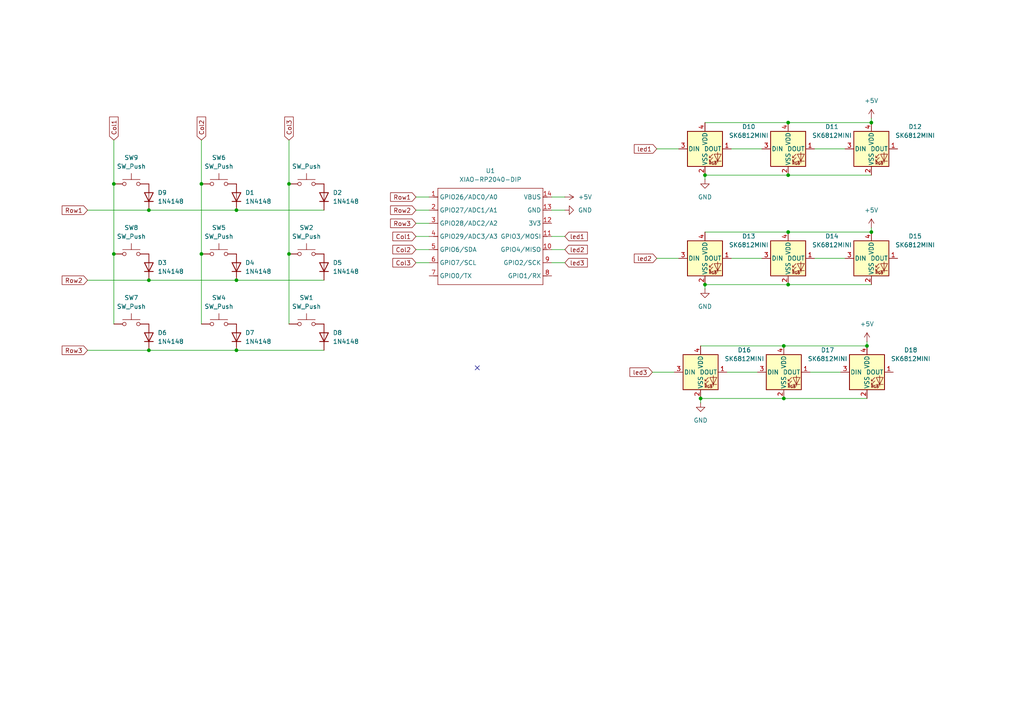
<source format=kicad_sch>
(kicad_sch
	(version 20250114)
	(generator "eeschema")
	(generator_version "9.0")
	(uuid "4929fe4b-0ea4-4904-88a9-34fb2d973973")
	(paper "A4")
	(lib_symbols
		(symbol "Diode:1N4148"
			(pin_numbers
				(hide yes)
			)
			(pin_names
				(hide yes)
			)
			(exclude_from_sim no)
			(in_bom yes)
			(on_board yes)
			(property "Reference" "D"
				(at 0 2.54 0)
				(effects
					(font
						(size 1.27 1.27)
					)
				)
			)
			(property "Value" "1N4148"
				(at 0 -2.54 0)
				(effects
					(font
						(size 1.27 1.27)
					)
				)
			)
			(property "Footprint" "Diode_THT:D_DO-35_SOD27_P7.62mm_Horizontal"
				(at 0 0 0)
				(effects
					(font
						(size 1.27 1.27)
					)
					(hide yes)
				)
			)
			(property "Datasheet" "https://assets.nexperia.com/documents/data-sheet/1N4148_1N4448.pdf"
				(at 0 0 0)
				(effects
					(font
						(size 1.27 1.27)
					)
					(hide yes)
				)
			)
			(property "Description" "100V 0.15A standard switching diode, DO-35"
				(at 0 0 0)
				(effects
					(font
						(size 1.27 1.27)
					)
					(hide yes)
				)
			)
			(property "Sim.Device" "D"
				(at 0 0 0)
				(effects
					(font
						(size 1.27 1.27)
					)
					(hide yes)
				)
			)
			(property "Sim.Pins" "1=K 2=A"
				(at 0 0 0)
				(effects
					(font
						(size 1.27 1.27)
					)
					(hide yes)
				)
			)
			(property "ki_keywords" "diode"
				(at 0 0 0)
				(effects
					(font
						(size 1.27 1.27)
					)
					(hide yes)
				)
			)
			(property "ki_fp_filters" "D*DO?35*"
				(at 0 0 0)
				(effects
					(font
						(size 1.27 1.27)
					)
					(hide yes)
				)
			)
			(symbol "1N4148_0_1"
				(polyline
					(pts
						(xy -1.27 1.27) (xy -1.27 -1.27)
					)
					(stroke
						(width 0.254)
						(type default)
					)
					(fill
						(type none)
					)
				)
				(polyline
					(pts
						(xy 1.27 1.27) (xy 1.27 -1.27) (xy -1.27 0) (xy 1.27 1.27)
					)
					(stroke
						(width 0.254)
						(type default)
					)
					(fill
						(type none)
					)
				)
				(polyline
					(pts
						(xy 1.27 0) (xy -1.27 0)
					)
					(stroke
						(width 0)
						(type default)
					)
					(fill
						(type none)
					)
				)
			)
			(symbol "1N4148_1_1"
				(pin passive line
					(at -3.81 0 0)
					(length 2.54)
					(name "K"
						(effects
							(font
								(size 1.27 1.27)
							)
						)
					)
					(number "1"
						(effects
							(font
								(size 1.27 1.27)
							)
						)
					)
				)
				(pin passive line
					(at 3.81 0 180)
					(length 2.54)
					(name "A"
						(effects
							(font
								(size 1.27 1.27)
							)
						)
					)
					(number "2"
						(effects
							(font
								(size 1.27 1.27)
							)
						)
					)
				)
			)
			(embedded_fonts no)
		)
		(symbol "LED:SK6812MINI"
			(pin_names
				(offset 0.254)
			)
			(exclude_from_sim no)
			(in_bom yes)
			(on_board yes)
			(property "Reference" "D"
				(at 5.08 5.715 0)
				(effects
					(font
						(size 1.27 1.27)
					)
					(justify right bottom)
				)
			)
			(property "Value" "SK6812MINI"
				(at 1.27 -5.715 0)
				(effects
					(font
						(size 1.27 1.27)
					)
					(justify left top)
				)
			)
			(property "Footprint" "LED_SMD:LED_SK6812MINI_PLCC4_3.5x3.5mm_P1.75mm"
				(at 1.27 -7.62 0)
				(effects
					(font
						(size 1.27 1.27)
					)
					(justify left top)
					(hide yes)
				)
			)
			(property "Datasheet" "https://cdn-shop.adafruit.com/product-files/2686/SK6812MINI_REV.01-1-2.pdf"
				(at 2.54 -9.525 0)
				(effects
					(font
						(size 1.27 1.27)
					)
					(justify left top)
					(hide yes)
				)
			)
			(property "Description" "RGB LED with integrated controller"
				(at 0 0 0)
				(effects
					(font
						(size 1.27 1.27)
					)
					(hide yes)
				)
			)
			(property "ki_keywords" "RGB LED NeoPixel Mini addressable"
				(at 0 0 0)
				(effects
					(font
						(size 1.27 1.27)
					)
					(hide yes)
				)
			)
			(property "ki_fp_filters" "LED*SK6812MINI*PLCC*3.5x3.5mm*P1.75mm*"
				(at 0 0 0)
				(effects
					(font
						(size 1.27 1.27)
					)
					(hide yes)
				)
			)
			(symbol "SK6812MINI_0_0"
				(text "RGB"
					(at 2.286 -4.191 0)
					(effects
						(font
							(size 0.762 0.762)
						)
					)
				)
			)
			(symbol "SK6812MINI_0_1"
				(polyline
					(pts
						(xy 1.27 -2.54) (xy 1.778 -2.54)
					)
					(stroke
						(width 0)
						(type default)
					)
					(fill
						(type none)
					)
				)
				(polyline
					(pts
						(xy 1.27 -3.556) (xy 1.778 -3.556)
					)
					(stroke
						(width 0)
						(type default)
					)
					(fill
						(type none)
					)
				)
				(polyline
					(pts
						(xy 2.286 -1.524) (xy 1.27 -2.54) (xy 1.27 -2.032)
					)
					(stroke
						(width 0)
						(type default)
					)
					(fill
						(type none)
					)
				)
				(polyline
					(pts
						(xy 2.286 -2.54) (xy 1.27 -3.556) (xy 1.27 -3.048)
					)
					(stroke
						(width 0)
						(type default)
					)
					(fill
						(type none)
					)
				)
				(polyline
					(pts
						(xy 3.683 -1.016) (xy 3.683 -3.556) (xy 3.683 -4.064)
					)
					(stroke
						(width 0)
						(type default)
					)
					(fill
						(type none)
					)
				)
				(polyline
					(pts
						(xy 4.699 -1.524) (xy 2.667 -1.524) (xy 3.683 -3.556) (xy 4.699 -1.524)
					)
					(stroke
						(width 0)
						(type default)
					)
					(fill
						(type none)
					)
				)
				(polyline
					(pts
						(xy 4.699 -3.556) (xy 2.667 -3.556)
					)
					(stroke
						(width 0)
						(type default)
					)
					(fill
						(type none)
					)
				)
				(rectangle
					(start 5.08 5.08)
					(end -5.08 -5.08)
					(stroke
						(width 0.254)
						(type default)
					)
					(fill
						(type background)
					)
				)
			)
			(symbol "SK6812MINI_1_1"
				(pin input line
					(at -7.62 0 0)
					(length 2.54)
					(name "DIN"
						(effects
							(font
								(size 1.27 1.27)
							)
						)
					)
					(number "3"
						(effects
							(font
								(size 1.27 1.27)
							)
						)
					)
				)
				(pin power_in line
					(at 0 7.62 270)
					(length 2.54)
					(name "VDD"
						(effects
							(font
								(size 1.27 1.27)
							)
						)
					)
					(number "4"
						(effects
							(font
								(size 1.27 1.27)
							)
						)
					)
				)
				(pin power_in line
					(at 0 -7.62 90)
					(length 2.54)
					(name "VSS"
						(effects
							(font
								(size 1.27 1.27)
							)
						)
					)
					(number "2"
						(effects
							(font
								(size 1.27 1.27)
							)
						)
					)
				)
				(pin output line
					(at 7.62 0 180)
					(length 2.54)
					(name "DOUT"
						(effects
							(font
								(size 1.27 1.27)
							)
						)
					)
					(number "1"
						(effects
							(font
								(size 1.27 1.27)
							)
						)
					)
				)
			)
			(embedded_fonts no)
		)
		(symbol "Seeed_Studio_XIAO_Series:XIAO-RP2040-DIP"
			(exclude_from_sim no)
			(in_bom yes)
			(on_board yes)
			(property "Reference" "U"
				(at 0 0 0)
				(effects
					(font
						(size 1.27 1.27)
					)
				)
			)
			(property "Value" "XIAO-RP2040-DIP"
				(at 5.334 -1.778 0)
				(effects
					(font
						(size 1.27 1.27)
					)
				)
			)
			(property "Footprint" "Module:MOUDLE14P-XIAO-DIP-SMD"
				(at 14.478 -32.258 0)
				(effects
					(font
						(size 1.27 1.27)
					)
					(hide yes)
				)
			)
			(property "Datasheet" ""
				(at 0 0 0)
				(effects
					(font
						(size 1.27 1.27)
					)
					(hide yes)
				)
			)
			(property "Description" ""
				(at 0 0 0)
				(effects
					(font
						(size 1.27 1.27)
					)
					(hide yes)
				)
			)
			(symbol "XIAO-RP2040-DIP_1_0"
				(polyline
					(pts
						(xy -1.27 -2.54) (xy 29.21 -2.54)
					)
					(stroke
						(width 0.1524)
						(type solid)
					)
					(fill
						(type none)
					)
				)
				(polyline
					(pts
						(xy -1.27 -5.08) (xy -2.54 -5.08)
					)
					(stroke
						(width 0.1524)
						(type solid)
					)
					(fill
						(type none)
					)
				)
				(polyline
					(pts
						(xy -1.27 -5.08) (xy -1.27 -2.54)
					)
					(stroke
						(width 0.1524)
						(type solid)
					)
					(fill
						(type none)
					)
				)
				(polyline
					(pts
						(xy -1.27 -8.89) (xy -2.54 -8.89)
					)
					(stroke
						(width 0.1524)
						(type solid)
					)
					(fill
						(type none)
					)
				)
				(polyline
					(pts
						(xy -1.27 -8.89) (xy -1.27 -5.08)
					)
					(stroke
						(width 0.1524)
						(type solid)
					)
					(fill
						(type none)
					)
				)
				(polyline
					(pts
						(xy -1.27 -12.7) (xy -2.54 -12.7)
					)
					(stroke
						(width 0.1524)
						(type solid)
					)
					(fill
						(type none)
					)
				)
				(polyline
					(pts
						(xy -1.27 -12.7) (xy -1.27 -8.89)
					)
					(stroke
						(width 0.1524)
						(type solid)
					)
					(fill
						(type none)
					)
				)
				(polyline
					(pts
						(xy -1.27 -16.51) (xy -2.54 -16.51)
					)
					(stroke
						(width 0.1524)
						(type solid)
					)
					(fill
						(type none)
					)
				)
				(polyline
					(pts
						(xy -1.27 -16.51) (xy -1.27 -12.7)
					)
					(stroke
						(width 0.1524)
						(type solid)
					)
					(fill
						(type none)
					)
				)
				(polyline
					(pts
						(xy -1.27 -20.32) (xy -2.54 -20.32)
					)
					(stroke
						(width 0.1524)
						(type solid)
					)
					(fill
						(type none)
					)
				)
				(polyline
					(pts
						(xy -1.27 -24.13) (xy -2.54 -24.13)
					)
					(stroke
						(width 0.1524)
						(type solid)
					)
					(fill
						(type none)
					)
				)
				(polyline
					(pts
						(xy -1.27 -27.94) (xy -2.54 -27.94)
					)
					(stroke
						(width 0.1524)
						(type solid)
					)
					(fill
						(type none)
					)
				)
				(polyline
					(pts
						(xy -1.27 -30.48) (xy -1.27 -16.51)
					)
					(stroke
						(width 0.1524)
						(type solid)
					)
					(fill
						(type none)
					)
				)
				(polyline
					(pts
						(xy 29.21 -2.54) (xy 29.21 -5.08)
					)
					(stroke
						(width 0.1524)
						(type solid)
					)
					(fill
						(type none)
					)
				)
				(polyline
					(pts
						(xy 29.21 -5.08) (xy 29.21 -8.89)
					)
					(stroke
						(width 0.1524)
						(type solid)
					)
					(fill
						(type none)
					)
				)
				(polyline
					(pts
						(xy 29.21 -8.89) (xy 29.21 -12.7)
					)
					(stroke
						(width 0.1524)
						(type solid)
					)
					(fill
						(type none)
					)
				)
				(polyline
					(pts
						(xy 29.21 -12.7) (xy 29.21 -30.48)
					)
					(stroke
						(width 0.1524)
						(type solid)
					)
					(fill
						(type none)
					)
				)
				(polyline
					(pts
						(xy 29.21 -30.48) (xy -1.27 -30.48)
					)
					(stroke
						(width 0.1524)
						(type solid)
					)
					(fill
						(type none)
					)
				)
				(polyline
					(pts
						(xy 30.48 -5.08) (xy 29.21 -5.08)
					)
					(stroke
						(width 0.1524)
						(type solid)
					)
					(fill
						(type none)
					)
				)
				(polyline
					(pts
						(xy 30.48 -8.89) (xy 29.21 -8.89)
					)
					(stroke
						(width 0.1524)
						(type solid)
					)
					(fill
						(type none)
					)
				)
				(polyline
					(pts
						(xy 30.48 -12.7) (xy 29.21 -12.7)
					)
					(stroke
						(width 0.1524)
						(type solid)
					)
					(fill
						(type none)
					)
				)
				(polyline
					(pts
						(xy 30.48 -16.51) (xy 29.21 -16.51)
					)
					(stroke
						(width 0.1524)
						(type solid)
					)
					(fill
						(type none)
					)
				)
				(polyline
					(pts
						(xy 30.48 -20.32) (xy 29.21 -20.32)
					)
					(stroke
						(width 0.1524)
						(type solid)
					)
					(fill
						(type none)
					)
				)
				(polyline
					(pts
						(xy 30.48 -24.13) (xy 29.21 -24.13)
					)
					(stroke
						(width 0.1524)
						(type solid)
					)
					(fill
						(type none)
					)
				)
				(polyline
					(pts
						(xy 30.48 -27.94) (xy 29.21 -27.94)
					)
					(stroke
						(width 0.1524)
						(type solid)
					)
					(fill
						(type none)
					)
				)
				(pin passive line
					(at -3.81 -5.08 0)
					(length 2.54)
					(name "GPIO26/ADC0/A0"
						(effects
							(font
								(size 1.27 1.27)
							)
						)
					)
					(number "1"
						(effects
							(font
								(size 1.27 1.27)
							)
						)
					)
				)
				(pin passive line
					(at -3.81 -8.89 0)
					(length 2.54)
					(name "GPIO27/ADC1/A1"
						(effects
							(font
								(size 1.27 1.27)
							)
						)
					)
					(number "2"
						(effects
							(font
								(size 1.27 1.27)
							)
						)
					)
				)
				(pin passive line
					(at -3.81 -12.7 0)
					(length 2.54)
					(name "GPIO28/ADC2/A2"
						(effects
							(font
								(size 1.27 1.27)
							)
						)
					)
					(number "3"
						(effects
							(font
								(size 1.27 1.27)
							)
						)
					)
				)
				(pin passive line
					(at -3.81 -16.51 0)
					(length 2.54)
					(name "GPIO29/ADC3/A3"
						(effects
							(font
								(size 1.27 1.27)
							)
						)
					)
					(number "4"
						(effects
							(font
								(size 1.27 1.27)
							)
						)
					)
				)
				(pin passive line
					(at -3.81 -20.32 0)
					(length 2.54)
					(name "GPIO6/SDA"
						(effects
							(font
								(size 1.27 1.27)
							)
						)
					)
					(number "5"
						(effects
							(font
								(size 1.27 1.27)
							)
						)
					)
				)
				(pin passive line
					(at -3.81 -24.13 0)
					(length 2.54)
					(name "GPIO7/SCL"
						(effects
							(font
								(size 1.27 1.27)
							)
						)
					)
					(number "6"
						(effects
							(font
								(size 1.27 1.27)
							)
						)
					)
				)
				(pin passive line
					(at -3.81 -27.94 0)
					(length 2.54)
					(name "GPIO0/TX"
						(effects
							(font
								(size 1.27 1.27)
							)
						)
					)
					(number "7"
						(effects
							(font
								(size 1.27 1.27)
							)
						)
					)
				)
				(pin passive line
					(at 31.75 -5.08 180)
					(length 2.54)
					(name "VBUS"
						(effects
							(font
								(size 1.27 1.27)
							)
						)
					)
					(number "14"
						(effects
							(font
								(size 1.27 1.27)
							)
						)
					)
				)
				(pin passive line
					(at 31.75 -8.89 180)
					(length 2.54)
					(name "GND"
						(effects
							(font
								(size 1.27 1.27)
							)
						)
					)
					(number "13"
						(effects
							(font
								(size 1.27 1.27)
							)
						)
					)
				)
				(pin passive line
					(at 31.75 -12.7 180)
					(length 2.54)
					(name "3V3"
						(effects
							(font
								(size 1.27 1.27)
							)
						)
					)
					(number "12"
						(effects
							(font
								(size 1.27 1.27)
							)
						)
					)
				)
				(pin passive line
					(at 31.75 -16.51 180)
					(length 2.54)
					(name "GPIO3/MOSI"
						(effects
							(font
								(size 1.27 1.27)
							)
						)
					)
					(number "11"
						(effects
							(font
								(size 1.27 1.27)
							)
						)
					)
				)
				(pin passive line
					(at 31.75 -20.32 180)
					(length 2.54)
					(name "GPIO4/MISO"
						(effects
							(font
								(size 1.27 1.27)
							)
						)
					)
					(number "10"
						(effects
							(font
								(size 1.27 1.27)
							)
						)
					)
				)
				(pin passive line
					(at 31.75 -24.13 180)
					(length 2.54)
					(name "GPIO2/SCK"
						(effects
							(font
								(size 1.27 1.27)
							)
						)
					)
					(number "9"
						(effects
							(font
								(size 1.27 1.27)
							)
						)
					)
				)
				(pin passive line
					(at 31.75 -27.94 180)
					(length 2.54)
					(name "GPIO1/RX"
						(effects
							(font
								(size 1.27 1.27)
							)
						)
					)
					(number "8"
						(effects
							(font
								(size 1.27 1.27)
							)
						)
					)
				)
			)
			(embedded_fonts no)
		)
		(symbol "Switch:SW_Push"
			(pin_numbers
				(hide yes)
			)
			(pin_names
				(offset 1.016)
				(hide yes)
			)
			(exclude_from_sim no)
			(in_bom yes)
			(on_board yes)
			(property "Reference" "SW"
				(at 1.27 2.54 0)
				(effects
					(font
						(size 1.27 1.27)
					)
					(justify left)
				)
			)
			(property "Value" "SW_Push"
				(at 0 -1.524 0)
				(effects
					(font
						(size 1.27 1.27)
					)
				)
			)
			(property "Footprint" ""
				(at 0 5.08 0)
				(effects
					(font
						(size 1.27 1.27)
					)
					(hide yes)
				)
			)
			(property "Datasheet" "~"
				(at 0 5.08 0)
				(effects
					(font
						(size 1.27 1.27)
					)
					(hide yes)
				)
			)
			(property "Description" "Push button switch, generic, two pins"
				(at 0 0 0)
				(effects
					(font
						(size 1.27 1.27)
					)
					(hide yes)
				)
			)
			(property "ki_keywords" "switch normally-open pushbutton push-button"
				(at 0 0 0)
				(effects
					(font
						(size 1.27 1.27)
					)
					(hide yes)
				)
			)
			(symbol "SW_Push_0_1"
				(circle
					(center -2.032 0)
					(radius 0.508)
					(stroke
						(width 0)
						(type default)
					)
					(fill
						(type none)
					)
				)
				(polyline
					(pts
						(xy 0 1.27) (xy 0 3.048)
					)
					(stroke
						(width 0)
						(type default)
					)
					(fill
						(type none)
					)
				)
				(circle
					(center 2.032 0)
					(radius 0.508)
					(stroke
						(width 0)
						(type default)
					)
					(fill
						(type none)
					)
				)
				(polyline
					(pts
						(xy 2.54 1.27) (xy -2.54 1.27)
					)
					(stroke
						(width 0)
						(type default)
					)
					(fill
						(type none)
					)
				)
				(pin passive line
					(at -5.08 0 0)
					(length 2.54)
					(name "1"
						(effects
							(font
								(size 1.27 1.27)
							)
						)
					)
					(number "1"
						(effects
							(font
								(size 1.27 1.27)
							)
						)
					)
				)
				(pin passive line
					(at 5.08 0 180)
					(length 2.54)
					(name "2"
						(effects
							(font
								(size 1.27 1.27)
							)
						)
					)
					(number "2"
						(effects
							(font
								(size 1.27 1.27)
							)
						)
					)
				)
			)
			(embedded_fonts no)
		)
		(symbol "power:+5V"
			(power)
			(pin_numbers
				(hide yes)
			)
			(pin_names
				(offset 0)
				(hide yes)
			)
			(exclude_from_sim no)
			(in_bom yes)
			(on_board yes)
			(property "Reference" "#PWR"
				(at 0 -3.81 0)
				(effects
					(font
						(size 1.27 1.27)
					)
					(hide yes)
				)
			)
			(property "Value" "+5V"
				(at 0 3.556 0)
				(effects
					(font
						(size 1.27 1.27)
					)
				)
			)
			(property "Footprint" ""
				(at 0 0 0)
				(effects
					(font
						(size 1.27 1.27)
					)
					(hide yes)
				)
			)
			(property "Datasheet" ""
				(at 0 0 0)
				(effects
					(font
						(size 1.27 1.27)
					)
					(hide yes)
				)
			)
			(property "Description" "Power symbol creates a global label with name \"+5V\""
				(at 0 0 0)
				(effects
					(font
						(size 1.27 1.27)
					)
					(hide yes)
				)
			)
			(property "ki_keywords" "global power"
				(at 0 0 0)
				(effects
					(font
						(size 1.27 1.27)
					)
					(hide yes)
				)
			)
			(symbol "+5V_0_1"
				(polyline
					(pts
						(xy -0.762 1.27) (xy 0 2.54)
					)
					(stroke
						(width 0)
						(type default)
					)
					(fill
						(type none)
					)
				)
				(polyline
					(pts
						(xy 0 2.54) (xy 0.762 1.27)
					)
					(stroke
						(width 0)
						(type default)
					)
					(fill
						(type none)
					)
				)
				(polyline
					(pts
						(xy 0 0) (xy 0 2.54)
					)
					(stroke
						(width 0)
						(type default)
					)
					(fill
						(type none)
					)
				)
			)
			(symbol "+5V_1_1"
				(pin power_in line
					(at 0 0 90)
					(length 0)
					(name "~"
						(effects
							(font
								(size 1.27 1.27)
							)
						)
					)
					(number "1"
						(effects
							(font
								(size 1.27 1.27)
							)
						)
					)
				)
			)
			(embedded_fonts no)
		)
		(symbol "power:GND"
			(power)
			(pin_numbers
				(hide yes)
			)
			(pin_names
				(offset 0)
				(hide yes)
			)
			(exclude_from_sim no)
			(in_bom yes)
			(on_board yes)
			(property "Reference" "#PWR"
				(at 0 -6.35 0)
				(effects
					(font
						(size 1.27 1.27)
					)
					(hide yes)
				)
			)
			(property "Value" "GND"
				(at 0 -3.81 0)
				(effects
					(font
						(size 1.27 1.27)
					)
				)
			)
			(property "Footprint" ""
				(at 0 0 0)
				(effects
					(font
						(size 1.27 1.27)
					)
					(hide yes)
				)
			)
			(property "Datasheet" ""
				(at 0 0 0)
				(effects
					(font
						(size 1.27 1.27)
					)
					(hide yes)
				)
			)
			(property "Description" "Power symbol creates a global label with name \"GND\" , ground"
				(at 0 0 0)
				(effects
					(font
						(size 1.27 1.27)
					)
					(hide yes)
				)
			)
			(property "ki_keywords" "global power"
				(at 0 0 0)
				(effects
					(font
						(size 1.27 1.27)
					)
					(hide yes)
				)
			)
			(symbol "GND_0_1"
				(polyline
					(pts
						(xy 0 0) (xy 0 -1.27) (xy 1.27 -1.27) (xy 0 -2.54) (xy -1.27 -1.27) (xy 0 -1.27)
					)
					(stroke
						(width 0)
						(type default)
					)
					(fill
						(type none)
					)
				)
			)
			(symbol "GND_1_1"
				(pin power_in line
					(at 0 0 270)
					(length 0)
					(name "~"
						(effects
							(font
								(size 1.27 1.27)
							)
						)
					)
					(number "1"
						(effects
							(font
								(size 1.27 1.27)
							)
						)
					)
				)
			)
			(embedded_fonts no)
		)
	)
	(junction
		(at 83.82 73.66)
		(diameter 0)
		(color 0 0 0 0)
		(uuid "182ad49e-3ae0-49be-ad28-069f8f6c4143")
	)
	(junction
		(at 58.42 53.34)
		(diameter 0)
		(color 0 0 0 0)
		(uuid "26ba2fc7-0d4b-40b3-9eb3-eb6fe377c8cb")
	)
	(junction
		(at 227.33 100.33)
		(diameter 0)
		(color 0 0 0 0)
		(uuid "29843644-7a13-47f3-945a-345718c2f334")
	)
	(junction
		(at 43.18 101.6)
		(diameter 0)
		(color 0 0 0 0)
		(uuid "2cbe087b-b7ef-4125-821a-091ce6f089b2")
	)
	(junction
		(at 43.18 81.28)
		(diameter 0)
		(color 0 0 0 0)
		(uuid "4e85132d-4cdd-4add-bb57-cbc5d821852d")
	)
	(junction
		(at 252.73 35.56)
		(diameter 0)
		(color 0 0 0 0)
		(uuid "5613473e-08fa-4e7a-90d9-5bd4ae70a576")
	)
	(junction
		(at 204.47 82.55)
		(diameter 0)
		(color 0 0 0 0)
		(uuid "8ca4ebd9-989f-42bb-9532-9d1dba811aa0")
	)
	(junction
		(at 33.02 53.34)
		(diameter 0)
		(color 0 0 0 0)
		(uuid "92e0714d-bef8-4ba2-a2cb-9d1eac5b4324")
	)
	(junction
		(at 203.2 115.57)
		(diameter 0)
		(color 0 0 0 0)
		(uuid "975d7940-ecb3-4f49-827e-3e84adf4527b")
	)
	(junction
		(at 228.6 35.56)
		(diameter 0)
		(color 0 0 0 0)
		(uuid "a0d03fe5-4615-4139-816b-5b6b618611c7")
	)
	(junction
		(at 68.58 81.28)
		(diameter 0)
		(color 0 0 0 0)
		(uuid "b6042412-bf6c-41d9-8b10-ae40afed1f2c")
	)
	(junction
		(at 252.73 67.31)
		(diameter 0)
		(color 0 0 0 0)
		(uuid "b776e678-5c27-4262-b06e-f74601f46379")
	)
	(junction
		(at 58.42 73.66)
		(diameter 0)
		(color 0 0 0 0)
		(uuid "b98fee38-d26e-430d-876f-cc1842188167")
	)
	(junction
		(at 68.58 101.6)
		(diameter 0)
		(color 0 0 0 0)
		(uuid "be06cada-7ab4-4e80-b1f3-1c32046fc17a")
	)
	(junction
		(at 83.82 53.34)
		(diameter 0)
		(color 0 0 0 0)
		(uuid "c9cc2bb9-7bbc-4547-9af1-23652986906e")
	)
	(junction
		(at 228.6 67.31)
		(diameter 0)
		(color 0 0 0 0)
		(uuid "ce224dc5-34d0-4bb4-b59a-05f5ee5d66e9")
	)
	(junction
		(at 204.47 50.8)
		(diameter 0)
		(color 0 0 0 0)
		(uuid "ce3f688f-4b7b-4b04-92f0-e76cc74875a9")
	)
	(junction
		(at 68.58 60.96)
		(diameter 0)
		(color 0 0 0 0)
		(uuid "cf08d37c-ed30-4916-9489-1b896dcde75f")
	)
	(junction
		(at 227.33 115.57)
		(diameter 0)
		(color 0 0 0 0)
		(uuid "cf3e84f9-9373-482e-a733-64884e65e55d")
	)
	(junction
		(at 33.02 73.66)
		(diameter 0)
		(color 0 0 0 0)
		(uuid "d555f0a6-44d3-42a7-b70a-0b6f225344c7")
	)
	(junction
		(at 228.6 50.8)
		(diameter 0)
		(color 0 0 0 0)
		(uuid "e3162c5a-5251-45bc-bdfa-880629aad992")
	)
	(junction
		(at 43.18 60.96)
		(diameter 0)
		(color 0 0 0 0)
		(uuid "ef579af0-54f5-4cbf-ad56-55e9a5b0b593")
	)
	(junction
		(at 251.46 100.33)
		(diameter 0)
		(color 0 0 0 0)
		(uuid "f017de8e-95bf-4a28-b1ac-9519ab993127")
	)
	(junction
		(at 228.6 82.55)
		(diameter 0)
		(color 0 0 0 0)
		(uuid "f7e4a385-c850-43bc-846b-9f0a0a434733")
	)
	(no_connect
		(at 138.43 106.68)
		(uuid "5bb2e226-b00a-4dd1-ab2f-ddbcca7bb521")
	)
	(wire
		(pts
			(xy 68.58 101.6) (xy 93.98 101.6)
		)
		(stroke
			(width 0)
			(type default)
		)
		(uuid "0355e5c9-5665-4d47-ab25-2e644cc9aba3")
	)
	(wire
		(pts
			(xy 25.4 60.96) (xy 43.18 60.96)
		)
		(stroke
			(width 0)
			(type default)
		)
		(uuid "0447dbe7-c027-45f6-b67a-be00ffcf650d")
	)
	(wire
		(pts
			(xy 25.4 101.6) (xy 43.18 101.6)
		)
		(stroke
			(width 0)
			(type default)
		)
		(uuid "04ad4e94-ceb5-4ca0-9f14-301893935ded")
	)
	(wire
		(pts
			(xy 68.58 81.28) (xy 93.98 81.28)
		)
		(stroke
			(width 0)
			(type default)
		)
		(uuid "0e68871b-c4dc-4d52-9102-015723f4c7b7")
	)
	(wire
		(pts
			(xy 160.02 60.96) (xy 163.83 60.96)
		)
		(stroke
			(width 0)
			(type default)
		)
		(uuid "19df31cc-5f4e-4a16-b58c-1e4ef69aa572")
	)
	(wire
		(pts
			(xy 68.58 60.96) (xy 93.98 60.96)
		)
		(stroke
			(width 0)
			(type default)
		)
		(uuid "1a3142f1-65c2-41d1-b2f5-0e14b27afff8")
	)
	(wire
		(pts
			(xy 160.02 76.2) (xy 163.83 76.2)
		)
		(stroke
			(width 0)
			(type default)
		)
		(uuid "238467ee-b7ec-42a3-8275-e47fb0ecc4f0")
	)
	(wire
		(pts
			(xy 228.6 35.56) (xy 252.73 35.56)
		)
		(stroke
			(width 0)
			(type default)
		)
		(uuid "28729bce-6486-4e12-8218-87c3e47041c9")
	)
	(wire
		(pts
			(xy 120.65 60.96) (xy 124.46 60.96)
		)
		(stroke
			(width 0)
			(type default)
		)
		(uuid "32c57942-c87c-49c9-a978-52fd3f942155")
	)
	(wire
		(pts
			(xy 203.2 100.33) (xy 227.33 100.33)
		)
		(stroke
			(width 0)
			(type default)
		)
		(uuid "3807dbfa-94eb-4258-bf7b-e6f6a97bb36c")
	)
	(wire
		(pts
			(xy 120.65 68.58) (xy 124.46 68.58)
		)
		(stroke
			(width 0)
			(type default)
		)
		(uuid "3a6a7e58-f0f4-4219-b02f-996aea6b24f5")
	)
	(wire
		(pts
			(xy 25.4 81.28) (xy 43.18 81.28)
		)
		(stroke
			(width 0)
			(type default)
		)
		(uuid "416fe161-7e1c-4a73-a457-dd0951837ece")
	)
	(wire
		(pts
			(xy 83.82 53.34) (xy 83.82 73.66)
		)
		(stroke
			(width 0)
			(type default)
		)
		(uuid "4467beb4-a3a2-4d25-a2c2-c9bd6d878bb9")
	)
	(wire
		(pts
			(xy 160.02 72.39) (xy 163.83 72.39)
		)
		(stroke
			(width 0)
			(type default)
		)
		(uuid "446823ee-25ed-4ea2-95f1-16d8b251e982")
	)
	(wire
		(pts
			(xy 228.6 50.8) (xy 252.73 50.8)
		)
		(stroke
			(width 0)
			(type default)
		)
		(uuid "48266bdf-5ff3-498a-8f91-f9e0b46bed8e")
	)
	(wire
		(pts
			(xy 160.02 57.15) (xy 163.83 57.15)
		)
		(stroke
			(width 0)
			(type default)
		)
		(uuid "59e0c516-0922-4134-9bc0-08b66b06f2d1")
	)
	(wire
		(pts
			(xy 190.5 43.18) (xy 196.85 43.18)
		)
		(stroke
			(width 0)
			(type default)
		)
		(uuid "5a343cbb-a45f-4db0-a823-24cb3cabe413")
	)
	(wire
		(pts
			(xy 227.33 100.33) (xy 251.46 100.33)
		)
		(stroke
			(width 0)
			(type default)
		)
		(uuid "5be3e92c-59e4-46c9-9dd4-d792fc164a54")
	)
	(wire
		(pts
			(xy 83.82 73.66) (xy 83.82 93.98)
		)
		(stroke
			(width 0)
			(type default)
		)
		(uuid "62e44b8d-73d7-496b-bb29-21a7327621b0")
	)
	(wire
		(pts
			(xy 234.95 107.95) (xy 243.84 107.95)
		)
		(stroke
			(width 0)
			(type default)
		)
		(uuid "630a88af-d8aa-4ab3-955b-9bc8eaa9cf37")
	)
	(wire
		(pts
			(xy 236.22 43.18) (xy 245.11 43.18)
		)
		(stroke
			(width 0)
			(type default)
		)
		(uuid "649a2abf-89b1-4578-818a-0c66414c9237")
	)
	(wire
		(pts
			(xy 204.47 50.8) (xy 204.47 52.07)
		)
		(stroke
			(width 0)
			(type default)
		)
		(uuid "682a7579-37c8-4ecd-b243-e1c53364fc37")
	)
	(wire
		(pts
			(xy 212.09 74.93) (xy 220.98 74.93)
		)
		(stroke
			(width 0)
			(type default)
		)
		(uuid "6a893bf0-c654-42df-845d-1dae6840edfa")
	)
	(wire
		(pts
			(xy 251.46 99.06) (xy 251.46 100.33)
		)
		(stroke
			(width 0)
			(type default)
		)
		(uuid "6c7a37ac-129f-4169-aca9-55679c048102")
	)
	(wire
		(pts
			(xy 33.02 40.64) (xy 33.02 53.34)
		)
		(stroke
			(width 0)
			(type default)
		)
		(uuid "75eff918-953b-4e57-aa6f-9cb3f1273ca0")
	)
	(wire
		(pts
			(xy 120.65 57.15) (xy 124.46 57.15)
		)
		(stroke
			(width 0)
			(type default)
		)
		(uuid "761949dd-8c50-4669-9c76-a13e8549818e")
	)
	(wire
		(pts
			(xy 228.6 67.31) (xy 252.73 67.31)
		)
		(stroke
			(width 0)
			(type default)
		)
		(uuid "7730a650-11d0-4787-be49-65296ee316f5")
	)
	(wire
		(pts
			(xy 252.73 34.29) (xy 252.73 35.56)
		)
		(stroke
			(width 0)
			(type default)
		)
		(uuid "774bdf53-7df4-488f-9f5f-a2a2400e5e2a")
	)
	(wire
		(pts
			(xy 120.65 64.77) (xy 124.46 64.77)
		)
		(stroke
			(width 0)
			(type default)
		)
		(uuid "7a9967c9-84a1-4e63-8523-8e762894d628")
	)
	(wire
		(pts
			(xy 58.42 73.66) (xy 58.42 93.98)
		)
		(stroke
			(width 0)
			(type default)
		)
		(uuid "804d1092-b310-48a0-9d36-a047a660f415")
	)
	(wire
		(pts
			(xy 204.47 82.55) (xy 204.47 83.82)
		)
		(stroke
			(width 0)
			(type default)
		)
		(uuid "8081f3f3-6fe6-4a79-9f40-87a1f0cd2567")
	)
	(wire
		(pts
			(xy 204.47 67.31) (xy 228.6 67.31)
		)
		(stroke
			(width 0)
			(type default)
		)
		(uuid "87cc4b07-7c22-42f6-be45-dc4370060724")
	)
	(wire
		(pts
			(xy 204.47 50.8) (xy 228.6 50.8)
		)
		(stroke
			(width 0)
			(type default)
		)
		(uuid "90037bdd-6755-40c1-ba88-559558c49a9a")
	)
	(wire
		(pts
			(xy 58.42 40.64) (xy 58.42 53.34)
		)
		(stroke
			(width 0)
			(type default)
		)
		(uuid "9141ba7c-0967-4d7c-a1ec-53a028a36f9e")
	)
	(wire
		(pts
			(xy 43.18 60.96) (xy 68.58 60.96)
		)
		(stroke
			(width 0)
			(type default)
		)
		(uuid "921b788c-e0e8-42ff-b0a9-91126c57d81f")
	)
	(wire
		(pts
			(xy 43.18 81.28) (xy 68.58 81.28)
		)
		(stroke
			(width 0)
			(type default)
		)
		(uuid "96d39f48-6adf-4e40-a45d-a9c2b392aa1a")
	)
	(wire
		(pts
			(xy 204.47 82.55) (xy 228.6 82.55)
		)
		(stroke
			(width 0)
			(type default)
		)
		(uuid "99bd592e-b423-4698-8b52-15bc9bbb8f33")
	)
	(wire
		(pts
			(xy 189.23 107.95) (xy 195.58 107.95)
		)
		(stroke
			(width 0)
			(type default)
		)
		(uuid "9c52613f-103d-4111-b5b0-1d66df588263")
	)
	(wire
		(pts
			(xy 58.42 53.34) (xy 58.42 73.66)
		)
		(stroke
			(width 0)
			(type default)
		)
		(uuid "9d86f5cb-c710-4f0a-b1f2-20dc9f4dabf2")
	)
	(wire
		(pts
			(xy 204.47 35.56) (xy 228.6 35.56)
		)
		(stroke
			(width 0)
			(type default)
		)
		(uuid "9edf01c9-643d-445f-984a-3498b793373f")
	)
	(wire
		(pts
			(xy 228.6 82.55) (xy 252.73 82.55)
		)
		(stroke
			(width 0)
			(type default)
		)
		(uuid "a6e3426d-925a-425b-8f56-0ba8fb165a6b")
	)
	(wire
		(pts
			(xy 212.09 43.18) (xy 220.98 43.18)
		)
		(stroke
			(width 0)
			(type default)
		)
		(uuid "aa3318e4-5b4e-4e21-b39b-faeb5bad3500")
	)
	(wire
		(pts
			(xy 120.65 76.2) (xy 124.46 76.2)
		)
		(stroke
			(width 0)
			(type default)
		)
		(uuid "b80a3384-621e-4c2e-977a-c66e6e6684ff")
	)
	(wire
		(pts
			(xy 33.02 53.34) (xy 33.02 73.66)
		)
		(stroke
			(width 0)
			(type default)
		)
		(uuid "c3b3cbac-3c32-4831-a978-123de2d80c6f")
	)
	(wire
		(pts
			(xy 190.5 74.93) (xy 196.85 74.93)
		)
		(stroke
			(width 0)
			(type default)
		)
		(uuid "c47331b7-07a2-4213-a6f4-dba56837bfd1")
	)
	(wire
		(pts
			(xy 43.18 101.6) (xy 68.58 101.6)
		)
		(stroke
			(width 0)
			(type default)
		)
		(uuid "c5fe2dbd-f062-4b09-b3ee-becfcf8aa153")
	)
	(wire
		(pts
			(xy 227.33 115.57) (xy 251.46 115.57)
		)
		(stroke
			(width 0)
			(type default)
		)
		(uuid "cf631492-7783-40e7-acd5-2477cfd11232")
	)
	(wire
		(pts
			(xy 203.2 115.57) (xy 227.33 115.57)
		)
		(stroke
			(width 0)
			(type default)
		)
		(uuid "cfdd82e2-2d80-4b9f-bb8f-5b977b8d6e31")
	)
	(wire
		(pts
			(xy 160.02 68.58) (xy 163.83 68.58)
		)
		(stroke
			(width 0)
			(type default)
		)
		(uuid "d8db4077-ade5-4316-aa33-2b3a9c300376")
	)
	(wire
		(pts
			(xy 210.82 107.95) (xy 219.71 107.95)
		)
		(stroke
			(width 0)
			(type default)
		)
		(uuid "da59af4c-4164-4739-aa48-4b8281c70e05")
	)
	(wire
		(pts
			(xy 83.82 40.64) (xy 83.82 53.34)
		)
		(stroke
			(width 0)
			(type default)
		)
		(uuid "e38c2ed0-048a-4797-8bac-f6e5fddae671")
	)
	(wire
		(pts
			(xy 236.22 74.93) (xy 245.11 74.93)
		)
		(stroke
			(width 0)
			(type default)
		)
		(uuid "e573e9b2-2b90-47ea-9b90-29b2811970fe")
	)
	(wire
		(pts
			(xy 120.65 72.39) (xy 124.46 72.39)
		)
		(stroke
			(width 0)
			(type default)
		)
		(uuid "ed6ab8aa-024c-4499-9cad-b593461e03f9")
	)
	(wire
		(pts
			(xy 33.02 73.66) (xy 33.02 93.98)
		)
		(stroke
			(width 0)
			(type default)
		)
		(uuid "f5cbb290-9e76-4515-9257-db01ec0e5af2")
	)
	(wire
		(pts
			(xy 203.2 115.57) (xy 203.2 116.84)
		)
		(stroke
			(width 0)
			(type default)
		)
		(uuid "fc27eaf9-c1a5-414b-ac5a-03fcbd696310")
	)
	(wire
		(pts
			(xy 252.73 66.04) (xy 252.73 67.31)
		)
		(stroke
			(width 0)
			(type default)
		)
		(uuid "fe644993-1871-4e79-a059-53a5f9a63aa5")
	)
	(global_label "led3"
		(shape input)
		(at 163.83 76.2 0)
		(fields_autoplaced yes)
		(effects
			(font
				(size 1.27 1.27)
			)
			(justify left)
		)
		(uuid "0f0f3141-3715-4e13-a752-0ead0314986a")
		(property "Intersheetrefs" "${INTERSHEET_REFS}"
			(at 170.9275 76.2 0)
			(effects
				(font
					(size 1.27 1.27)
				)
				(justify left)
				(hide yes)
			)
		)
	)
	(global_label "led1"
		(shape input)
		(at 190.5 43.18 180)
		(fields_autoplaced yes)
		(effects
			(font
				(size 1.27 1.27)
			)
			(justify right)
		)
		(uuid "178d8007-1085-4b8c-a300-73f6a9b392cf")
		(property "Intersheetrefs" "${INTERSHEET_REFS}"
			(at 183.4025 43.18 0)
			(effects
				(font
					(size 1.27 1.27)
				)
				(justify right)
				(hide yes)
			)
		)
	)
	(global_label "Row3"
		(shape input)
		(at 25.4 101.6 180)
		(fields_autoplaced yes)
		(effects
			(font
				(size 1.27 1.27)
			)
			(justify right)
		)
		(uuid "20456fba-f909-409e-958a-c2d66f288a94")
		(property "Intersheetrefs" "${INTERSHEET_REFS}"
			(at 17.4558 101.6 0)
			(effects
				(font
					(size 1.27 1.27)
				)
				(justify right)
				(hide yes)
			)
		)
	)
	(global_label "Row2"
		(shape input)
		(at 25.4 81.28 180)
		(fields_autoplaced yes)
		(effects
			(font
				(size 1.27 1.27)
			)
			(justify right)
		)
		(uuid "400fcd9f-ef9b-42a1-b232-f72f66fd90d4")
		(property "Intersheetrefs" "${INTERSHEET_REFS}"
			(at 17.4558 81.28 0)
			(effects
				(font
					(size 1.27 1.27)
				)
				(justify right)
				(hide yes)
			)
		)
	)
	(global_label "Col2"
		(shape input)
		(at 58.42 40.64 90)
		(fields_autoplaced yes)
		(effects
			(font
				(size 1.27 1.27)
			)
			(justify left)
		)
		(uuid "43aada65-1928-4054-9069-d70e4fda9347")
		(property "Intersheetrefs" "${INTERSHEET_REFS}"
			(at 58.42 33.3611 90)
			(effects
				(font
					(size 1.27 1.27)
				)
				(justify left)
				(hide yes)
			)
		)
	)
	(global_label "led1"
		(shape input)
		(at 163.83 68.58 0)
		(fields_autoplaced yes)
		(effects
			(font
				(size 1.27 1.27)
			)
			(justify left)
		)
		(uuid "5c4d9701-80fc-4ce9-a774-c21c608c3a08")
		(property "Intersheetrefs" "${INTERSHEET_REFS}"
			(at 170.9275 68.58 0)
			(effects
				(font
					(size 1.27 1.27)
				)
				(justify left)
				(hide yes)
			)
		)
	)
	(global_label "Col3"
		(shape input)
		(at 120.65 76.2 180)
		(fields_autoplaced yes)
		(effects
			(font
				(size 1.27 1.27)
			)
			(justify right)
		)
		(uuid "69601b5d-b374-47d2-8f31-276fe5590e7e")
		(property "Intersheetrefs" "${INTERSHEET_REFS}"
			(at 113.3711 76.2 0)
			(effects
				(font
					(size 1.27 1.27)
				)
				(justify right)
				(hide yes)
			)
		)
	)
	(global_label "Row1"
		(shape input)
		(at 25.4 60.96 180)
		(fields_autoplaced yes)
		(effects
			(font
				(size 1.27 1.27)
			)
			(justify right)
		)
		(uuid "92f0ef7a-a50f-4616-a7a8-1c8c7ec2e490")
		(property "Intersheetrefs" "${INTERSHEET_REFS}"
			(at 17.4558 60.96 0)
			(effects
				(font
					(size 1.27 1.27)
				)
				(justify right)
				(hide yes)
			)
		)
	)
	(global_label "Col3"
		(shape input)
		(at 83.82 40.64 90)
		(fields_autoplaced yes)
		(effects
			(font
				(size 1.27 1.27)
			)
			(justify left)
		)
		(uuid "95e63cc6-f40a-44f5-9314-70aac4be7c8d")
		(property "Intersheetrefs" "${INTERSHEET_REFS}"
			(at 83.82 33.3611 90)
			(effects
				(font
					(size 1.27 1.27)
				)
				(justify left)
				(hide yes)
			)
		)
	)
	(global_label "Col1"
		(shape input)
		(at 33.02 40.64 90)
		(fields_autoplaced yes)
		(effects
			(font
				(size 1.27 1.27)
			)
			(justify left)
		)
		(uuid "9cc24001-6a2f-4278-9c31-9f271263c559")
		(property "Intersheetrefs" "${INTERSHEET_REFS}"
			(at 33.02 33.3611 90)
			(effects
				(font
					(size 1.27 1.27)
				)
				(justify left)
				(hide yes)
			)
		)
	)
	(global_label "led3"
		(shape input)
		(at 189.23 107.95 180)
		(fields_autoplaced yes)
		(effects
			(font
				(size 1.27 1.27)
			)
			(justify right)
		)
		(uuid "a482981d-520d-41a1-953d-6cca5c709aff")
		(property "Intersheetrefs" "${INTERSHEET_REFS}"
			(at 182.1325 107.95 0)
			(effects
				(font
					(size 1.27 1.27)
				)
				(justify right)
				(hide yes)
			)
		)
	)
	(global_label "Row2"
		(shape input)
		(at 120.65 60.96 180)
		(fields_autoplaced yes)
		(effects
			(font
				(size 1.27 1.27)
			)
			(justify right)
		)
		(uuid "a7f59398-441d-4a47-8250-32f114964aa9")
		(property "Intersheetrefs" "${INTERSHEET_REFS}"
			(at 112.7058 60.96 0)
			(effects
				(font
					(size 1.27 1.27)
				)
				(justify right)
				(hide yes)
			)
		)
	)
	(global_label "Col1"
		(shape input)
		(at 120.65 68.58 180)
		(fields_autoplaced yes)
		(effects
			(font
				(size 1.27 1.27)
			)
			(justify right)
		)
		(uuid "ada24d21-3a83-47da-b07e-1efb775ab71c")
		(property "Intersheetrefs" "${INTERSHEET_REFS}"
			(at 113.3711 68.58 0)
			(effects
				(font
					(size 1.27 1.27)
				)
				(justify right)
				(hide yes)
			)
		)
	)
	(global_label "led2"
		(shape input)
		(at 163.83 72.39 0)
		(fields_autoplaced yes)
		(effects
			(font
				(size 1.27 1.27)
			)
			(justify left)
		)
		(uuid "b3b9903c-4a23-46a7-a2c8-18129e53ac8c")
		(property "Intersheetrefs" "${INTERSHEET_REFS}"
			(at 170.9275 72.39 0)
			(effects
				(font
					(size 1.27 1.27)
				)
				(justify left)
				(hide yes)
			)
		)
	)
	(global_label "Row3"
		(shape input)
		(at 120.65 64.77 180)
		(fields_autoplaced yes)
		(effects
			(font
				(size 1.27 1.27)
			)
			(justify right)
		)
		(uuid "b46a719f-d0e1-43cc-8a8c-efcd28c44101")
		(property "Intersheetrefs" "${INTERSHEET_REFS}"
			(at 112.7058 64.77 0)
			(effects
				(font
					(size 1.27 1.27)
				)
				(justify right)
				(hide yes)
			)
		)
	)
	(global_label "Col2"
		(shape input)
		(at 120.65 72.39 180)
		(fields_autoplaced yes)
		(effects
			(font
				(size 1.27 1.27)
			)
			(justify right)
		)
		(uuid "bc17d62a-0daa-4211-a1f6-e783b82c91ef")
		(property "Intersheetrefs" "${INTERSHEET_REFS}"
			(at 113.3711 72.39 0)
			(effects
				(font
					(size 1.27 1.27)
				)
				(justify right)
				(hide yes)
			)
		)
	)
	(global_label "Row1"
		(shape input)
		(at 120.65 57.15 180)
		(fields_autoplaced yes)
		(effects
			(font
				(size 1.27 1.27)
			)
			(justify right)
		)
		(uuid "cb11007e-6697-4605-9c2e-23f93c1d5638")
		(property "Intersheetrefs" "${INTERSHEET_REFS}"
			(at 112.7058 57.15 0)
			(effects
				(font
					(size 1.27 1.27)
				)
				(justify right)
				(hide yes)
			)
		)
	)
	(global_label "led2"
		(shape input)
		(at 190.5 74.93 180)
		(fields_autoplaced yes)
		(effects
			(font
				(size 1.27 1.27)
			)
			(justify right)
		)
		(uuid "d89768aa-159c-4d3e-99c5-5dbc2e82a1dd")
		(property "Intersheetrefs" "${INTERSHEET_REFS}"
			(at 183.4025 74.93 0)
			(effects
				(font
					(size 1.27 1.27)
				)
				(justify right)
				(hide yes)
			)
		)
	)
	(symbol
		(lib_id "Diode:1N4148")
		(at 93.98 97.79 90)
		(unit 1)
		(exclude_from_sim no)
		(in_bom yes)
		(on_board yes)
		(dnp no)
		(fields_autoplaced yes)
		(uuid "0353a6db-d379-44ff-9e16-1dda9763795f")
		(property "Reference" "D8"
			(at 96.52 96.5199 90)
			(effects
				(font
					(size 1.27 1.27)
				)
				(justify right)
			)
		)
		(property "Value" "1N4148"
			(at 96.52 99.0599 90)
			(effects
				(font
					(size 1.27 1.27)
				)
				(justify right)
			)
		)
		(property "Footprint" "Diode_THT:D_DO-35_SOD27_P7.62mm_Horizontal"
			(at 93.98 97.79 0)
			(effects
				(font
					(size 1.27 1.27)
				)
				(hide yes)
			)
		)
		(property "Datasheet" "https://assets.nexperia.com/documents/data-sheet/1N4148_1N4448.pdf"
			(at 93.98 97.79 0)
			(effects
				(font
					(size 1.27 1.27)
				)
				(hide yes)
			)
		)
		(property "Description" "100V 0.15A standard switching diode, DO-35"
			(at 93.98 97.79 0)
			(effects
				(font
					(size 1.27 1.27)
				)
				(hide yes)
			)
		)
		(property "Sim.Device" "D"
			(at 93.98 97.79 0)
			(effects
				(font
					(size 1.27 1.27)
				)
				(hide yes)
			)
		)
		(property "Sim.Pins" "1=K 2=A"
			(at 93.98 97.79 0)
			(effects
				(font
					(size 1.27 1.27)
				)
				(hide yes)
			)
		)
		(pin "2"
			(uuid "e74eefa7-2a2a-416d-8d2e-4cb2214462ba")
		)
		(pin "1"
			(uuid "0639b521-cf42-46e4-8d7a-8f46dbe09368")
		)
		(instances
			(project "macropad"
				(path "/4929fe4b-0ea4-4904-88a9-34fb2d973973"
					(reference "D8")
					(unit 1)
				)
			)
		)
	)
	(symbol
		(lib_id "Switch:SW_Push")
		(at 63.5 53.34 0)
		(unit 1)
		(exclude_from_sim no)
		(in_bom yes)
		(on_board yes)
		(dnp no)
		(fields_autoplaced yes)
		(uuid "085d37cd-b996-4b20-86ff-8ef8f01a6918")
		(property "Reference" "SW6"
			(at 63.5 45.72 0)
			(effects
				(font
					(size 1.27 1.27)
				)
			)
		)
		(property "Value" "SW_Push"
			(at 63.5 48.26 0)
			(effects
				(font
					(size 1.27 1.27)
				)
			)
		)
		(property "Footprint" "Button_Switch_Keyboard:SW_Cherry_MX_1.00u_PCB"
			(at 63.5 48.26 0)
			(effects
				(font
					(size 1.27 1.27)
				)
				(hide yes)
			)
		)
		(property "Datasheet" "~"
			(at 63.5 48.26 0)
			(effects
				(font
					(size 1.27 1.27)
				)
				(hide yes)
			)
		)
		(property "Description" "Push button switch, generic, two pins"
			(at 63.5 53.34 0)
			(effects
				(font
					(size 1.27 1.27)
				)
				(hide yes)
			)
		)
		(pin "2"
			(uuid "9625e117-70b3-4520-8159-4d19d0c8bbf3")
		)
		(pin "1"
			(uuid "fc58f4d9-1097-4292-8158-f5e91033527c")
		)
		(instances
			(project ""
				(path "/4929fe4b-0ea4-4904-88a9-34fb2d973973"
					(reference "SW6")
					(unit 1)
				)
			)
		)
	)
	(symbol
		(lib_id "power:+5V")
		(at 163.83 57.15 270)
		(unit 1)
		(exclude_from_sim no)
		(in_bom yes)
		(on_board yes)
		(dnp no)
		(fields_autoplaced yes)
		(uuid "0b7ba4b2-1f9c-48f1-b04a-a73afaa4343b")
		(property "Reference" "#PWR09"
			(at 160.02 57.15 0)
			(effects
				(font
					(size 1.27 1.27)
				)
				(hide yes)
			)
		)
		(property "Value" "+5V"
			(at 167.64 57.1499 90)
			(effects
				(font
					(size 1.27 1.27)
				)
				(justify left)
			)
		)
		(property "Footprint" ""
			(at 163.83 57.15 0)
			(effects
				(font
					(size 1.27 1.27)
				)
				(hide yes)
			)
		)
		(property "Datasheet" ""
			(at 163.83 57.15 0)
			(effects
				(font
					(size 1.27 1.27)
				)
				(hide yes)
			)
		)
		(property "Description" "Power symbol creates a global label with name \"+5V\""
			(at 163.83 57.15 0)
			(effects
				(font
					(size 1.27 1.27)
				)
				(hide yes)
			)
		)
		(pin "1"
			(uuid "f6cd6de7-df0a-47b6-b545-0f36734b77ee")
		)
		(instances
			(project ""
				(path "/4929fe4b-0ea4-4904-88a9-34fb2d973973"
					(reference "#PWR09")
					(unit 1)
				)
			)
		)
	)
	(symbol
		(lib_id "LED:SK6812MINI")
		(at 228.6 74.93 0)
		(unit 1)
		(exclude_from_sim no)
		(in_bom yes)
		(on_board yes)
		(dnp no)
		(fields_autoplaced yes)
		(uuid "0e3d8c91-8dc8-46c1-99da-53cd8104e5dd")
		(property "Reference" "D14"
			(at 241.3 68.5098 0)
			(effects
				(font
					(size 1.27 1.27)
				)
			)
		)
		(property "Value" "SK6812MINI"
			(at 241.3 71.0498 0)
			(effects
				(font
					(size 1.27 1.27)
				)
			)
		)
		(property "Footprint" "LED_SMD:LED_SK6812MINI_PLCC4_3.5x3.5mm_P1.75mm"
			(at 229.87 82.55 0)
			(effects
				(font
					(size 1.27 1.27)
				)
				(justify left top)
				(hide yes)
			)
		)
		(property "Datasheet" "https://cdn-shop.adafruit.com/product-files/2686/SK6812MINI_REV.01-1-2.pdf"
			(at 231.14 84.455 0)
			(effects
				(font
					(size 1.27 1.27)
				)
				(justify left top)
				(hide yes)
			)
		)
		(property "Description" "RGB LED with integrated controller"
			(at 228.6 74.93 0)
			(effects
				(font
					(size 1.27 1.27)
				)
				(hide yes)
			)
		)
		(pin "2"
			(uuid "d7a7bc6c-c356-4aff-b54e-7f67607c7ce8")
		)
		(pin "1"
			(uuid "41173f90-7d8d-49cb-b14b-2f95753bbec5")
		)
		(pin "4"
			(uuid "3cccc171-025b-46d0-a4e2-4b52ca0c6520")
		)
		(pin "3"
			(uuid "196a2313-194c-4eb4-9355-c45bdfb09745")
		)
		(instances
			(project ""
				(path "/4929fe4b-0ea4-4904-88a9-34fb2d973973"
					(reference "D14")
					(unit 1)
				)
			)
		)
	)
	(symbol
		(lib_id "LED:SK6812MINI")
		(at 204.47 74.93 0)
		(unit 1)
		(exclude_from_sim no)
		(in_bom yes)
		(on_board yes)
		(dnp no)
		(fields_autoplaced yes)
		(uuid "0ebd0ef6-ae20-428d-ac1c-47e81adfa70a")
		(property "Reference" "D13"
			(at 217.17 68.5098 0)
			(effects
				(font
					(size 1.27 1.27)
				)
			)
		)
		(property "Value" "SK6812MINI"
			(at 217.17 71.0498 0)
			(effects
				(font
					(size 1.27 1.27)
				)
			)
		)
		(property "Footprint" "LED_SMD:LED_SK6812MINI_PLCC4_3.5x3.5mm_P1.75mm"
			(at 205.74 82.55 0)
			(effects
				(font
					(size 1.27 1.27)
				)
				(justify left top)
				(hide yes)
			)
		)
		(property "Datasheet" "https://cdn-shop.adafruit.com/product-files/2686/SK6812MINI_REV.01-1-2.pdf"
			(at 207.01 84.455 0)
			(effects
				(font
					(size 1.27 1.27)
				)
				(justify left top)
				(hide yes)
			)
		)
		(property "Description" "RGB LED with integrated controller"
			(at 204.47 74.93 0)
			(effects
				(font
					(size 1.27 1.27)
				)
				(hide yes)
			)
		)
		(pin "2"
			(uuid "d7a7bc6c-c356-4aff-b54e-7f67607c7ce8")
		)
		(pin "1"
			(uuid "41173f90-7d8d-49cb-b14b-2f95753bbec5")
		)
		(pin "4"
			(uuid "3cccc171-025b-46d0-a4e2-4b52ca0c6520")
		)
		(pin "3"
			(uuid "196a2313-194c-4eb4-9355-c45bdfb09745")
		)
		(instances
			(project ""
				(path "/4929fe4b-0ea4-4904-88a9-34fb2d973973"
					(reference "D13")
					(unit 1)
				)
			)
		)
	)
	(symbol
		(lib_id "power:+5V")
		(at 252.73 66.04 0)
		(unit 1)
		(exclude_from_sim no)
		(in_bom yes)
		(on_board yes)
		(dnp no)
		(fields_autoplaced yes)
		(uuid "1063384f-a234-4f73-8c8e-6740f0a14a47")
		(property "Reference" "#PWR02"
			(at 252.73 69.85 0)
			(effects
				(font
					(size 1.27 1.27)
				)
				(hide yes)
			)
		)
		(property "Value" "+5V"
			(at 252.73 60.96 0)
			(effects
				(font
					(size 1.27 1.27)
				)
			)
		)
		(property "Footprint" ""
			(at 252.73 66.04 0)
			(effects
				(font
					(size 1.27 1.27)
				)
				(hide yes)
			)
		)
		(property "Datasheet" ""
			(at 252.73 66.04 0)
			(effects
				(font
					(size 1.27 1.27)
				)
				(hide yes)
			)
		)
		(property "Description" "Power symbol creates a global label with name \"+5V\""
			(at 252.73 66.04 0)
			(effects
				(font
					(size 1.27 1.27)
				)
				(hide yes)
			)
		)
		(pin "1"
			(uuid "152a02a6-fcc3-43db-a413-f0a122a17935")
		)
		(instances
			(project ""
				(path "/4929fe4b-0ea4-4904-88a9-34fb2d973973"
					(reference "#PWR02")
					(unit 1)
				)
			)
		)
	)
	(symbol
		(lib_id "Diode:1N4148")
		(at 43.18 97.79 90)
		(unit 1)
		(exclude_from_sim no)
		(in_bom yes)
		(on_board yes)
		(dnp no)
		(fields_autoplaced yes)
		(uuid "13005647-47a8-4b4e-a115-e27295b0f54e")
		(property "Reference" "D6"
			(at 45.72 96.5199 90)
			(effects
				(font
					(size 1.27 1.27)
				)
				(justify right)
			)
		)
		(property "Value" "1N4148"
			(at 45.72 99.0599 90)
			(effects
				(font
					(size 1.27 1.27)
				)
				(justify right)
			)
		)
		(property "Footprint" "Diode_THT:D_DO-35_SOD27_P7.62mm_Horizontal"
			(at 43.18 97.79 0)
			(effects
				(font
					(size 1.27 1.27)
				)
				(hide yes)
			)
		)
		(property "Datasheet" "https://assets.nexperia.com/documents/data-sheet/1N4148_1N4448.pdf"
			(at 43.18 97.79 0)
			(effects
				(font
					(size 1.27 1.27)
				)
				(hide yes)
			)
		)
		(property "Description" "100V 0.15A standard switching diode, DO-35"
			(at 43.18 97.79 0)
			(effects
				(font
					(size 1.27 1.27)
				)
				(hide yes)
			)
		)
		(property "Sim.Device" "D"
			(at 43.18 97.79 0)
			(effects
				(font
					(size 1.27 1.27)
				)
				(hide yes)
			)
		)
		(property "Sim.Pins" "1=K 2=A"
			(at 43.18 97.79 0)
			(effects
				(font
					(size 1.27 1.27)
				)
				(hide yes)
			)
		)
		(pin "2"
			(uuid "b0a69435-4e7f-416a-a64a-4e8422f58bff")
		)
		(pin "1"
			(uuid "9e3743f2-7707-4461-9927-950a116d42c5")
		)
		(instances
			(project "macropad"
				(path "/4929fe4b-0ea4-4904-88a9-34fb2d973973"
					(reference "D6")
					(unit 1)
				)
			)
		)
	)
	(symbol
		(lib_id "Switch:SW_Push")
		(at 88.9 93.98 0)
		(unit 1)
		(exclude_from_sim no)
		(in_bom yes)
		(on_board yes)
		(dnp no)
		(uuid "19425dfd-48d1-4700-8636-8ef572c39e7f")
		(property "Reference" "SW1"
			(at 88.9 86.36 0)
			(effects
				(font
					(size 1.27 1.27)
				)
			)
		)
		(property "Value" "SW_Push"
			(at 88.9 88.9 0)
			(effects
				(font
					(size 1.27 1.27)
				)
			)
		)
		(property "Footprint" "Button_Switch_Keyboard:SW_Cherry_MX_1.00u_PCB"
			(at 88.9 88.9 0)
			(effects
				(font
					(size 1.27 1.27)
				)
				(hide yes)
			)
		)
		(property "Datasheet" "~"
			(at 88.9 88.9 0)
			(effects
				(font
					(size 1.27 1.27)
				)
				(hide yes)
			)
		)
		(property "Description" "Push button switch, generic, two pins"
			(at 88.9 93.98 0)
			(effects
				(font
					(size 1.27 1.27)
				)
				(hide yes)
			)
		)
		(pin "2"
			(uuid "0c93e6b3-d058-4984-9566-fa67668e3e86")
		)
		(pin "1"
			(uuid "d94c7865-1df9-4e9f-b05d-6c09e1b5b8a9")
		)
		(instances
			(project ""
				(path "/4929fe4b-0ea4-4904-88a9-34fb2d973973"
					(reference "SW1")
					(unit 1)
				)
			)
		)
	)
	(symbol
		(lib_id "LED:SK6812MINI")
		(at 204.47 43.18 0)
		(unit 1)
		(exclude_from_sim no)
		(in_bom yes)
		(on_board yes)
		(dnp no)
		(fields_autoplaced yes)
		(uuid "3302289e-cc77-46c1-8370-48f234ce8006")
		(property "Reference" "D10"
			(at 217.17 36.7598 0)
			(effects
				(font
					(size 1.27 1.27)
				)
			)
		)
		(property "Value" "SK6812MINI"
			(at 217.17 39.2998 0)
			(effects
				(font
					(size 1.27 1.27)
				)
			)
		)
		(property "Footprint" "LED_SMD:LED_SK6812MINI_PLCC4_3.5x3.5mm_P1.75mm"
			(at 205.74 50.8 0)
			(effects
				(font
					(size 1.27 1.27)
				)
				(justify left top)
				(hide yes)
			)
		)
		(property "Datasheet" "https://cdn-shop.adafruit.com/product-files/2686/SK6812MINI_REV.01-1-2.pdf"
			(at 207.01 52.705 0)
			(effects
				(font
					(size 1.27 1.27)
				)
				(justify left top)
				(hide yes)
			)
		)
		(property "Description" "RGB LED with integrated controller"
			(at 204.47 43.18 0)
			(effects
				(font
					(size 1.27 1.27)
				)
				(hide yes)
			)
		)
		(pin "4"
			(uuid "0fba007c-aa6e-48b2-ad7d-3a165c41c2c6")
		)
		(pin "3"
			(uuid "af53ecd0-4aa1-4b37-ad8f-2ed6617ed0bb")
		)
		(pin "2"
			(uuid "5131d957-b232-432e-a2e3-fdd4bb0ba7db")
		)
		(pin "1"
			(uuid "2a5d1f1c-02f1-4ba0-8d25-ec29a2a43739")
		)
		(instances
			(project ""
				(path "/4929fe4b-0ea4-4904-88a9-34fb2d973973"
					(reference "D10")
					(unit 1)
				)
			)
		)
	)
	(symbol
		(lib_id "Switch:SW_Push")
		(at 38.1 53.34 0)
		(unit 1)
		(exclude_from_sim no)
		(in_bom yes)
		(on_board yes)
		(dnp no)
		(fields_autoplaced yes)
		(uuid "330dbfa3-c9aa-4959-ad92-83e962a8df96")
		(property "Reference" "SW9"
			(at 38.1 45.72 0)
			(effects
				(font
					(size 1.27 1.27)
				)
			)
		)
		(property "Value" "SW_Push"
			(at 38.1 48.26 0)
			(effects
				(font
					(size 1.27 1.27)
				)
			)
		)
		(property "Footprint" "Button_Switch_Keyboard:SW_Cherry_MX_1.00u_PCB"
			(at 38.1 48.26 0)
			(effects
				(font
					(size 1.27 1.27)
				)
				(hide yes)
			)
		)
		(property "Datasheet" "~"
			(at 38.1 48.26 0)
			(effects
				(font
					(size 1.27 1.27)
				)
				(hide yes)
			)
		)
		(property "Description" "Push button switch, generic, two pins"
			(at 38.1 53.34 0)
			(effects
				(font
					(size 1.27 1.27)
				)
				(hide yes)
			)
		)
		(pin "1"
			(uuid "832d70cb-1744-4119-8e3a-7964783ef255")
		)
		(pin "2"
			(uuid "a6d0196f-a028-4be0-8ae6-3d59ed1db5f5")
		)
		(instances
			(project ""
				(path "/4929fe4b-0ea4-4904-88a9-34fb2d973973"
					(reference "SW9")
					(unit 1)
				)
			)
		)
	)
	(symbol
		(lib_id "power:GND")
		(at 204.47 52.07 0)
		(unit 1)
		(exclude_from_sim no)
		(in_bom yes)
		(on_board yes)
		(dnp no)
		(fields_autoplaced yes)
		(uuid "40dd2d2d-2b80-4a34-8981-48116b229af4")
		(property "Reference" "#PWR07"
			(at 204.47 58.42 0)
			(effects
				(font
					(size 1.27 1.27)
				)
				(hide yes)
			)
		)
		(property "Value" "GND"
			(at 204.47 57.15 0)
			(effects
				(font
					(size 1.27 1.27)
				)
			)
		)
		(property "Footprint" ""
			(at 204.47 52.07 0)
			(effects
				(font
					(size 1.27 1.27)
				)
				(hide yes)
			)
		)
		(property "Datasheet" ""
			(at 204.47 52.07 0)
			(effects
				(font
					(size 1.27 1.27)
				)
				(hide yes)
			)
		)
		(property "Description" "Power symbol creates a global label with name \"GND\" , ground"
			(at 204.47 52.07 0)
			(effects
				(font
					(size 1.27 1.27)
				)
				(hide yes)
			)
		)
		(pin "1"
			(uuid "4c64667f-3b88-4e71-97b8-41ab660f5417")
		)
		(instances
			(project ""
				(path "/4929fe4b-0ea4-4904-88a9-34fb2d973973"
					(reference "#PWR07")
					(unit 1)
				)
			)
		)
	)
	(symbol
		(lib_id "LED:SK6812MINI")
		(at 227.33 107.95 0)
		(unit 1)
		(exclude_from_sim no)
		(in_bom yes)
		(on_board yes)
		(dnp no)
		(fields_autoplaced yes)
		(uuid "42aa4c88-2481-40ec-be50-6d7b692550de")
		(property "Reference" "D17"
			(at 240.03 101.5298 0)
			(effects
				(font
					(size 1.27 1.27)
				)
			)
		)
		(property "Value" "SK6812MINI"
			(at 240.03 104.0698 0)
			(effects
				(font
					(size 1.27 1.27)
				)
			)
		)
		(property "Footprint" "LED_SMD:LED_SK6812MINI_PLCC4_3.5x3.5mm_P1.75mm"
			(at 228.6 115.57 0)
			(effects
				(font
					(size 1.27 1.27)
				)
				(justify left top)
				(hide yes)
			)
		)
		(property "Datasheet" "https://cdn-shop.adafruit.com/product-files/2686/SK6812MINI_REV.01-1-2.pdf"
			(at 229.87 117.475 0)
			(effects
				(font
					(size 1.27 1.27)
				)
				(justify left top)
				(hide yes)
			)
		)
		(property "Description" "RGB LED with integrated controller"
			(at 227.33 107.95 0)
			(effects
				(font
					(size 1.27 1.27)
				)
				(hide yes)
			)
		)
		(pin "4"
			(uuid "8468401e-06ac-429c-9c85-1a0017adaf7a")
		)
		(pin "3"
			(uuid "225055e1-f320-4768-a413-bc97dcb282fd")
		)
		(pin "2"
			(uuid "c9f9fb5f-be0f-411d-9029-ff7fe417d0cc")
		)
		(pin "1"
			(uuid "bcf873ef-2ae7-472d-82f3-0a9ecddeb811")
		)
		(instances
			(project "macropad"
				(path "/4929fe4b-0ea4-4904-88a9-34fb2d973973"
					(reference "D17")
					(unit 1)
				)
			)
		)
	)
	(symbol
		(lib_id "Diode:1N4148")
		(at 68.58 77.47 90)
		(unit 1)
		(exclude_from_sim no)
		(in_bom yes)
		(on_board yes)
		(dnp no)
		(fields_autoplaced yes)
		(uuid "4505b209-2ec7-4a93-af07-eafb9a078a09")
		(property "Reference" "D4"
			(at 71.12 76.1999 90)
			(effects
				(font
					(size 1.27 1.27)
				)
				(justify right)
			)
		)
		(property "Value" "1N4148"
			(at 71.12 78.7399 90)
			(effects
				(font
					(size 1.27 1.27)
				)
				(justify right)
			)
		)
		(property "Footprint" "Diode_THT:D_DO-35_SOD27_P7.62mm_Horizontal"
			(at 68.58 77.47 0)
			(effects
				(font
					(size 1.27 1.27)
				)
				(hide yes)
			)
		)
		(property "Datasheet" "https://assets.nexperia.com/documents/data-sheet/1N4148_1N4448.pdf"
			(at 68.58 77.47 0)
			(effects
				(font
					(size 1.27 1.27)
				)
				(hide yes)
			)
		)
		(property "Description" "100V 0.15A standard switching diode, DO-35"
			(at 68.58 77.47 0)
			(effects
				(font
					(size 1.27 1.27)
				)
				(hide yes)
			)
		)
		(property "Sim.Device" "D"
			(at 68.58 77.47 0)
			(effects
				(font
					(size 1.27 1.27)
				)
				(hide yes)
			)
		)
		(property "Sim.Pins" "1=K 2=A"
			(at 68.58 77.47 0)
			(effects
				(font
					(size 1.27 1.27)
				)
				(hide yes)
			)
		)
		(pin "2"
			(uuid "728389e7-8202-4aec-8934-8adbaee23f1e")
		)
		(pin "1"
			(uuid "cc051be9-ff04-4ba1-b4da-007201a7a4b3")
		)
		(instances
			(project "macropad"
				(path "/4929fe4b-0ea4-4904-88a9-34fb2d973973"
					(reference "D4")
					(unit 1)
				)
			)
		)
	)
	(symbol
		(lib_id "Diode:1N4148")
		(at 68.58 57.15 90)
		(unit 1)
		(exclude_from_sim no)
		(in_bom yes)
		(on_board yes)
		(dnp no)
		(fields_autoplaced yes)
		(uuid "4eb25fcf-2379-4aae-9cb4-163267c8d1e2")
		(property "Reference" "D1"
			(at 71.12 55.8799 90)
			(effects
				(font
					(size 1.27 1.27)
				)
				(justify right)
			)
		)
		(property "Value" "1N4148"
			(at 71.12 58.4199 90)
			(effects
				(font
					(size 1.27 1.27)
				)
				(justify right)
			)
		)
		(property "Footprint" "Diode_THT:D_DO-35_SOD27_P7.62mm_Horizontal"
			(at 68.58 57.15 0)
			(effects
				(font
					(size 1.27 1.27)
				)
				(hide yes)
			)
		)
		(property "Datasheet" "https://assets.nexperia.com/documents/data-sheet/1N4148_1N4448.pdf"
			(at 68.58 57.15 0)
			(effects
				(font
					(size 1.27 1.27)
				)
				(hide yes)
			)
		)
		(property "Description" "100V 0.15A standard switching diode, DO-35"
			(at 68.58 57.15 0)
			(effects
				(font
					(size 1.27 1.27)
				)
				(hide yes)
			)
		)
		(property "Sim.Device" "D"
			(at 68.58 57.15 0)
			(effects
				(font
					(size 1.27 1.27)
				)
				(hide yes)
			)
		)
		(property "Sim.Pins" "1=K 2=A"
			(at 68.58 57.15 0)
			(effects
				(font
					(size 1.27 1.27)
				)
				(hide yes)
			)
		)
		(pin "2"
			(uuid "a3a224f3-8a68-46d8-8710-ed88d43a42b3")
		)
		(pin "1"
			(uuid "96cc582e-4f11-499b-893b-1518040fd28e")
		)
		(instances
			(project "macropad"
				(path "/4929fe4b-0ea4-4904-88a9-34fb2d973973"
					(reference "D1")
					(unit 1)
				)
			)
		)
	)
	(symbol
		(lib_id "LED:SK6812MINI")
		(at 251.46 107.95 0)
		(unit 1)
		(exclude_from_sim no)
		(in_bom yes)
		(on_board yes)
		(dnp no)
		(fields_autoplaced yes)
		(uuid "5a376c05-6b1f-4c90-ae56-b9b0f5399179")
		(property "Reference" "D18"
			(at 264.16 101.5298 0)
			(effects
				(font
					(size 1.27 1.27)
				)
			)
		)
		(property "Value" "SK6812MINI"
			(at 264.16 104.0698 0)
			(effects
				(font
					(size 1.27 1.27)
				)
			)
		)
		(property "Footprint" "LED_SMD:LED_SK6812MINI_PLCC4_3.5x3.5mm_P1.75mm"
			(at 252.73 115.57 0)
			(effects
				(font
					(size 1.27 1.27)
				)
				(justify left top)
				(hide yes)
			)
		)
		(property "Datasheet" "https://cdn-shop.adafruit.com/product-files/2686/SK6812MINI_REV.01-1-2.pdf"
			(at 254 117.475 0)
			(effects
				(font
					(size 1.27 1.27)
				)
				(justify left top)
				(hide yes)
			)
		)
		(property "Description" "RGB LED with integrated controller"
			(at 251.46 107.95 0)
			(effects
				(font
					(size 1.27 1.27)
				)
				(hide yes)
			)
		)
		(pin "2"
			(uuid "2fd63a99-88fa-4d49-8525-076c9dc0314b")
		)
		(pin "1"
			(uuid "9319a847-ec10-4c0e-a06f-ae1edf430b4f")
		)
		(pin "4"
			(uuid "268f8a00-66c4-4c8c-8dd5-682b62b85f47")
		)
		(pin "3"
			(uuid "3a3b6401-fc8a-4c72-815e-02c4c4e4cc87")
		)
		(instances
			(project "macropad"
				(path "/4929fe4b-0ea4-4904-88a9-34fb2d973973"
					(reference "D18")
					(unit 1)
				)
			)
		)
	)
	(symbol
		(lib_id "Diode:1N4148")
		(at 93.98 57.15 90)
		(unit 1)
		(exclude_from_sim no)
		(in_bom yes)
		(on_board yes)
		(dnp no)
		(fields_autoplaced yes)
		(uuid "6218b135-8ff3-4eea-ae39-3e280f6a3f37")
		(property "Reference" "D2"
			(at 96.52 55.8799 90)
			(effects
				(font
					(size 1.27 1.27)
				)
				(justify right)
			)
		)
		(property "Value" "1N4148"
			(at 96.52 58.4199 90)
			(effects
				(font
					(size 1.27 1.27)
				)
				(justify right)
			)
		)
		(property "Footprint" "Diode_THT:D_DO-35_SOD27_P7.62mm_Horizontal"
			(at 93.98 57.15 0)
			(effects
				(font
					(size 1.27 1.27)
				)
				(hide yes)
			)
		)
		(property "Datasheet" "https://assets.nexperia.com/documents/data-sheet/1N4148_1N4448.pdf"
			(at 93.98 57.15 0)
			(effects
				(font
					(size 1.27 1.27)
				)
				(hide yes)
			)
		)
		(property "Description" "100V 0.15A standard switching diode, DO-35"
			(at 93.98 57.15 0)
			(effects
				(font
					(size 1.27 1.27)
				)
				(hide yes)
			)
		)
		(property "Sim.Device" "D"
			(at 93.98 57.15 0)
			(effects
				(font
					(size 1.27 1.27)
				)
				(hide yes)
			)
		)
		(property "Sim.Pins" "1=K 2=A"
			(at 93.98 57.15 0)
			(effects
				(font
					(size 1.27 1.27)
				)
				(hide yes)
			)
		)
		(pin "2"
			(uuid "f651ee8e-4e1b-4f7a-a553-15f4b0d03231")
		)
		(pin "1"
			(uuid "0c2278e8-c342-4d64-ac82-6ffce2c2e7d0")
		)
		(instances
			(project "macropad"
				(path "/4929fe4b-0ea4-4904-88a9-34fb2d973973"
					(reference "D2")
					(unit 1)
				)
			)
		)
	)
	(symbol
		(lib_id "LED:SK6812MINI")
		(at 228.6 43.18 0)
		(unit 1)
		(exclude_from_sim no)
		(in_bom yes)
		(on_board yes)
		(dnp no)
		(fields_autoplaced yes)
		(uuid "662983e1-c7eb-4cef-a396-385c44928b59")
		(property "Reference" "D11"
			(at 241.3 36.7598 0)
			(effects
				(font
					(size 1.27 1.27)
				)
			)
		)
		(property "Value" "SK6812MINI"
			(at 241.3 39.2998 0)
			(effects
				(font
					(size 1.27 1.27)
				)
			)
		)
		(property "Footprint" "LED_SMD:LED_SK6812MINI_PLCC4_3.5x3.5mm_P1.75mm"
			(at 229.87 50.8 0)
			(effects
				(font
					(size 1.27 1.27)
				)
				(justify left top)
				(hide yes)
			)
		)
		(property "Datasheet" "https://cdn-shop.adafruit.com/product-files/2686/SK6812MINI_REV.01-1-2.pdf"
			(at 231.14 52.705 0)
			(effects
				(font
					(size 1.27 1.27)
				)
				(justify left top)
				(hide yes)
			)
		)
		(property "Description" "RGB LED with integrated controller"
			(at 228.6 43.18 0)
			(effects
				(font
					(size 1.27 1.27)
				)
				(hide yes)
			)
		)
		(pin "4"
			(uuid "2204c225-e7c2-4b09-aca0-4a576759e5d0")
		)
		(pin "3"
			(uuid "b3427187-fab0-4ef3-9eec-879f9f15ccd2")
		)
		(pin "2"
			(uuid "b740b723-e944-403e-b5de-ec0224b006e9")
		)
		(pin "1"
			(uuid "12093910-7857-44ac-a1d4-8b3a172b68e1")
		)
		(instances
			(project "macropad"
				(path "/4929fe4b-0ea4-4904-88a9-34fb2d973973"
					(reference "D11")
					(unit 1)
				)
			)
		)
	)
	(symbol
		(lib_id "power:+5V")
		(at 252.73 34.29 0)
		(unit 1)
		(exclude_from_sim no)
		(in_bom yes)
		(on_board yes)
		(dnp no)
		(fields_autoplaced yes)
		(uuid "6772eade-97ae-4e75-bfc1-5ca359cf2b19")
		(property "Reference" "#PWR03"
			(at 252.73 38.1 0)
			(effects
				(font
					(size 1.27 1.27)
				)
				(hide yes)
			)
		)
		(property "Value" "+5V"
			(at 252.73 29.21 0)
			(effects
				(font
					(size 1.27 1.27)
				)
			)
		)
		(property "Footprint" ""
			(at 252.73 34.29 0)
			(effects
				(font
					(size 1.27 1.27)
				)
				(hide yes)
			)
		)
		(property "Datasheet" ""
			(at 252.73 34.29 0)
			(effects
				(font
					(size 1.27 1.27)
				)
				(hide yes)
			)
		)
		(property "Description" "Power symbol creates a global label with name \"+5V\""
			(at 252.73 34.29 0)
			(effects
				(font
					(size 1.27 1.27)
				)
				(hide yes)
			)
		)
		(pin "1"
			(uuid "152a02a6-fcc3-43db-a413-f0a122a17935")
		)
		(instances
			(project ""
				(path "/4929fe4b-0ea4-4904-88a9-34fb2d973973"
					(reference "#PWR03")
					(unit 1)
				)
			)
		)
	)
	(symbol
		(lib_id "power:GND")
		(at 163.83 60.96 90)
		(unit 1)
		(exclude_from_sim no)
		(in_bom yes)
		(on_board yes)
		(dnp no)
		(fields_autoplaced yes)
		(uuid "696d7d64-7dac-4804-a210-ed665d9bb708")
		(property "Reference" "#PWR04"
			(at 170.18 60.96 0)
			(effects
				(font
					(size 1.27 1.27)
				)
				(hide yes)
			)
		)
		(property "Value" "GND"
			(at 167.64 60.9599 90)
			(effects
				(font
					(size 1.27 1.27)
				)
				(justify right)
			)
		)
		(property "Footprint" ""
			(at 163.83 60.96 0)
			(effects
				(font
					(size 1.27 1.27)
				)
				(hide yes)
			)
		)
		(property "Datasheet" ""
			(at 163.83 60.96 0)
			(effects
				(font
					(size 1.27 1.27)
				)
				(hide yes)
			)
		)
		(property "Description" "Power symbol creates a global label with name \"GND\" , ground"
			(at 163.83 60.96 0)
			(effects
				(font
					(size 1.27 1.27)
				)
				(hide yes)
			)
		)
		(pin "1"
			(uuid "7bc8f6eb-3ea9-4ab0-b822-39c7e4cc3051")
		)
		(instances
			(project ""
				(path "/4929fe4b-0ea4-4904-88a9-34fb2d973973"
					(reference "#PWR04")
					(unit 1)
				)
			)
		)
	)
	(symbol
		(lib_id "LED:SK6812MINI")
		(at 203.2 107.95 0)
		(unit 1)
		(exclude_from_sim no)
		(in_bom yes)
		(on_board yes)
		(dnp no)
		(fields_autoplaced yes)
		(uuid "69a0ef9a-31f9-402b-a962-d9a2e4e3a311")
		(property "Reference" "D16"
			(at 215.9 101.5298 0)
			(effects
				(font
					(size 1.27 1.27)
				)
			)
		)
		(property "Value" "SK6812MINI"
			(at 215.9 104.0698 0)
			(effects
				(font
					(size 1.27 1.27)
				)
			)
		)
		(property "Footprint" "LED_SMD:LED_SK6812MINI_PLCC4_3.5x3.5mm_P1.75mm"
			(at 204.47 115.57 0)
			(effects
				(font
					(size 1.27 1.27)
				)
				(justify left top)
				(hide yes)
			)
		)
		(property "Datasheet" "https://cdn-shop.adafruit.com/product-files/2686/SK6812MINI_REV.01-1-2.pdf"
			(at 205.74 117.475 0)
			(effects
				(font
					(size 1.27 1.27)
				)
				(justify left top)
				(hide yes)
			)
		)
		(property "Description" "RGB LED with integrated controller"
			(at 203.2 107.95 0)
			(effects
				(font
					(size 1.27 1.27)
				)
				(hide yes)
			)
		)
		(pin "4"
			(uuid "73934fbb-01f4-4e48-8198-07a4c2e173d2")
		)
		(pin "3"
			(uuid "4a5426f0-3947-41ea-a832-5fb5430e00a2")
		)
		(pin "2"
			(uuid "0eaf7a75-0468-4e05-8dbb-491b07b3f51c")
		)
		(pin "1"
			(uuid "7326061f-ad3e-41b8-8090-c11d59d2fccc")
		)
		(instances
			(project "macropad"
				(path "/4929fe4b-0ea4-4904-88a9-34fb2d973973"
					(reference "D16")
					(unit 1)
				)
			)
		)
	)
	(symbol
		(lib_id "power:GND")
		(at 203.2 116.84 0)
		(unit 1)
		(exclude_from_sim no)
		(in_bom yes)
		(on_board yes)
		(dnp no)
		(fields_autoplaced yes)
		(uuid "710addea-c35d-4778-a990-acf83869920e")
		(property "Reference" "#PWR05"
			(at 203.2 123.19 0)
			(effects
				(font
					(size 1.27 1.27)
				)
				(hide yes)
			)
		)
		(property "Value" "GND"
			(at 203.2 121.92 0)
			(effects
				(font
					(size 1.27 1.27)
				)
			)
		)
		(property "Footprint" ""
			(at 203.2 116.84 0)
			(effects
				(font
					(size 1.27 1.27)
				)
				(hide yes)
			)
		)
		(property "Datasheet" ""
			(at 203.2 116.84 0)
			(effects
				(font
					(size 1.27 1.27)
				)
				(hide yes)
			)
		)
		(property "Description" "Power symbol creates a global label with name \"GND\" , ground"
			(at 203.2 116.84 0)
			(effects
				(font
					(size 1.27 1.27)
				)
				(hide yes)
			)
		)
		(pin "1"
			(uuid "4c64667f-3b88-4e71-97b8-41ab660f5417")
		)
		(instances
			(project ""
				(path "/4929fe4b-0ea4-4904-88a9-34fb2d973973"
					(reference "#PWR05")
					(unit 1)
				)
			)
		)
	)
	(symbol
		(lib_id "LED:SK6812MINI")
		(at 252.73 43.18 0)
		(unit 1)
		(exclude_from_sim no)
		(in_bom yes)
		(on_board yes)
		(dnp no)
		(fields_autoplaced yes)
		(uuid "735bf49b-73c8-4595-a352-79cd05c1ee01")
		(property "Reference" "D12"
			(at 265.43 36.7598 0)
			(effects
				(font
					(size 1.27 1.27)
				)
			)
		)
		(property "Value" "SK6812MINI"
			(at 265.43 39.2998 0)
			(effects
				(font
					(size 1.27 1.27)
				)
			)
		)
		(property "Footprint" "LED_SMD:LED_SK6812MINI_PLCC4_3.5x3.5mm_P1.75mm"
			(at 254 50.8 0)
			(effects
				(font
					(size 1.27 1.27)
				)
				(justify left top)
				(hide yes)
			)
		)
		(property "Datasheet" "https://cdn-shop.adafruit.com/product-files/2686/SK6812MINI_REV.01-1-2.pdf"
			(at 255.27 52.705 0)
			(effects
				(font
					(size 1.27 1.27)
				)
				(justify left top)
				(hide yes)
			)
		)
		(property "Description" "RGB LED with integrated controller"
			(at 252.73 43.18 0)
			(effects
				(font
					(size 1.27 1.27)
				)
				(hide yes)
			)
		)
		(pin "2"
			(uuid "d7a7bc6c-c356-4aff-b54e-7f67607c7ce8")
		)
		(pin "1"
			(uuid "41173f90-7d8d-49cb-b14b-2f95753bbec5")
		)
		(pin "4"
			(uuid "3cccc171-025b-46d0-a4e2-4b52ca0c6520")
		)
		(pin "3"
			(uuid "196a2313-194c-4eb4-9355-c45bdfb09745")
		)
		(instances
			(project ""
				(path "/4929fe4b-0ea4-4904-88a9-34fb2d973973"
					(reference "D12")
					(unit 1)
				)
			)
		)
	)
	(symbol
		(lib_id "Switch:SW_Push")
		(at 63.5 73.66 0)
		(unit 1)
		(exclude_from_sim no)
		(in_bom yes)
		(on_board yes)
		(dnp no)
		(fields_autoplaced yes)
		(uuid "745c69e8-ae1d-4915-afe5-365ff8f12361")
		(property "Reference" "SW5"
			(at 63.5 66.04 0)
			(effects
				(font
					(size 1.27 1.27)
				)
			)
		)
		(property "Value" "SW_Push"
			(at 63.5 68.58 0)
			(effects
				(font
					(size 1.27 1.27)
				)
			)
		)
		(property "Footprint" "Button_Switch_Keyboard:SW_Cherry_MX_1.00u_PCB"
			(at 63.5 68.58 0)
			(effects
				(font
					(size 1.27 1.27)
				)
				(hide yes)
			)
		)
		(property "Datasheet" "~"
			(at 63.5 68.58 0)
			(effects
				(font
					(size 1.27 1.27)
				)
				(hide yes)
			)
		)
		(property "Description" "Push button switch, generic, two pins"
			(at 63.5 73.66 0)
			(effects
				(font
					(size 1.27 1.27)
				)
				(hide yes)
			)
		)
		(pin "2"
			(uuid "c993d98e-dc70-489d-9db4-0327e9248704")
		)
		(pin "1"
			(uuid "f88ccab3-3eed-4863-957d-6764b7e65290")
		)
		(instances
			(project ""
				(path "/4929fe4b-0ea4-4904-88a9-34fb2d973973"
					(reference "SW5")
					(unit 1)
				)
			)
		)
	)
	(symbol
		(lib_id "Switch:SW_Push")
		(at 88.9 73.66 0)
		(unit 1)
		(exclude_from_sim no)
		(in_bom yes)
		(on_board yes)
		(dnp no)
		(fields_autoplaced yes)
		(uuid "7ef17c79-4895-4c81-8d93-8ae373c4768f")
		(property "Reference" "SW2"
			(at 88.9 66.04 0)
			(effects
				(font
					(size 1.27 1.27)
				)
			)
		)
		(property "Value" "SW_Push"
			(at 88.9 68.58 0)
			(effects
				(font
					(size 1.27 1.27)
				)
			)
		)
		(property "Footprint" "Button_Switch_Keyboard:SW_Cherry_MX_1.00u_PCB"
			(at 88.9 68.58 0)
			(effects
				(font
					(size 1.27 1.27)
				)
				(hide yes)
			)
		)
		(property "Datasheet" "~"
			(at 88.9 68.58 0)
			(effects
				(font
					(size 1.27 1.27)
				)
				(hide yes)
			)
		)
		(property "Description" "Push button switch, generic, two pins"
			(at 88.9 73.66 0)
			(effects
				(font
					(size 1.27 1.27)
				)
				(hide yes)
			)
		)
		(pin "1"
			(uuid "16b1c82a-f0d2-4689-8179-f03b84ebd077")
		)
		(pin "2"
			(uuid "a9e469e3-32ae-4d82-ac50-d751d81e4f9e")
		)
		(instances
			(project ""
				(path "/4929fe4b-0ea4-4904-88a9-34fb2d973973"
					(reference "SW2")
					(unit 1)
				)
			)
		)
	)
	(symbol
		(lib_id "power:+5V")
		(at 251.46 99.06 0)
		(unit 1)
		(exclude_from_sim no)
		(in_bom yes)
		(on_board yes)
		(dnp no)
		(fields_autoplaced yes)
		(uuid "89fe1f65-6f7d-4aef-b6f1-e0e3bea16b76")
		(property "Reference" "#PWR01"
			(at 251.46 102.87 0)
			(effects
				(font
					(size 1.27 1.27)
				)
				(hide yes)
			)
		)
		(property "Value" "+5V"
			(at 251.46 93.98 0)
			(effects
				(font
					(size 1.27 1.27)
				)
			)
		)
		(property "Footprint" ""
			(at 251.46 99.06 0)
			(effects
				(font
					(size 1.27 1.27)
				)
				(hide yes)
			)
		)
		(property "Datasheet" ""
			(at 251.46 99.06 0)
			(effects
				(font
					(size 1.27 1.27)
				)
				(hide yes)
			)
		)
		(property "Description" "Power symbol creates a global label with name \"+5V\""
			(at 251.46 99.06 0)
			(effects
				(font
					(size 1.27 1.27)
				)
				(hide yes)
			)
		)
		(pin "1"
			(uuid "152a02a6-fcc3-43db-a413-f0a122a17935")
		)
		(instances
			(project ""
				(path "/4929fe4b-0ea4-4904-88a9-34fb2d973973"
					(reference "#PWR01")
					(unit 1)
				)
			)
		)
	)
	(symbol
		(lib_id "Diode:1N4148")
		(at 68.58 97.79 90)
		(unit 1)
		(exclude_from_sim no)
		(in_bom yes)
		(on_board yes)
		(dnp no)
		(fields_autoplaced yes)
		(uuid "8a3d5c1c-3cdf-4a21-9ea0-766185d66de2")
		(property "Reference" "D7"
			(at 71.12 96.5199 90)
			(effects
				(font
					(size 1.27 1.27)
				)
				(justify right)
			)
		)
		(property "Value" "1N4148"
			(at 71.12 99.0599 90)
			(effects
				(font
					(size 1.27 1.27)
				)
				(justify right)
			)
		)
		(property "Footprint" "Diode_THT:D_DO-35_SOD27_P7.62mm_Horizontal"
			(at 68.58 97.79 0)
			(effects
				(font
					(size 1.27 1.27)
				)
				(hide yes)
			)
		)
		(property "Datasheet" "https://assets.nexperia.com/documents/data-sheet/1N4148_1N4448.pdf"
			(at 68.58 97.79 0)
			(effects
				(font
					(size 1.27 1.27)
				)
				(hide yes)
			)
		)
		(property "Description" "100V 0.15A standard switching diode, DO-35"
			(at 68.58 97.79 0)
			(effects
				(font
					(size 1.27 1.27)
				)
				(hide yes)
			)
		)
		(property "Sim.Device" "D"
			(at 68.58 97.79 0)
			(effects
				(font
					(size 1.27 1.27)
				)
				(hide yes)
			)
		)
		(property "Sim.Pins" "1=K 2=A"
			(at 68.58 97.79 0)
			(effects
				(font
					(size 1.27 1.27)
				)
				(hide yes)
			)
		)
		(pin "2"
			(uuid "d293d27a-264b-45dd-9153-a7ea65f699e1")
		)
		(pin "1"
			(uuid "3ed01cc8-ffcf-4784-8a1f-95474464184c")
		)
		(instances
			(project "macropad"
				(path "/4929fe4b-0ea4-4904-88a9-34fb2d973973"
					(reference "D7")
					(unit 1)
				)
			)
		)
	)
	(symbol
		(lib_id "LED:SK6812MINI")
		(at 252.73 74.93 0)
		(unit 1)
		(exclude_from_sim no)
		(in_bom yes)
		(on_board yes)
		(dnp no)
		(fields_autoplaced yes)
		(uuid "9aacd857-e200-48bf-9b4c-ecea59a91afb")
		(property "Reference" "D15"
			(at 265.43 68.5098 0)
			(effects
				(font
					(size 1.27 1.27)
				)
			)
		)
		(property "Value" "SK6812MINI"
			(at 265.43 71.0498 0)
			(effects
				(font
					(size 1.27 1.27)
				)
			)
		)
		(property "Footprint" "LED_SMD:LED_SK6812MINI_PLCC4_3.5x3.5mm_P1.75mm"
			(at 254 82.55 0)
			(effects
				(font
					(size 1.27 1.27)
				)
				(justify left top)
				(hide yes)
			)
		)
		(property "Datasheet" "https://cdn-shop.adafruit.com/product-files/2686/SK6812MINI_REV.01-1-2.pdf"
			(at 255.27 84.455 0)
			(effects
				(font
					(size 1.27 1.27)
				)
				(justify left top)
				(hide yes)
			)
		)
		(property "Description" "RGB LED with integrated controller"
			(at 252.73 74.93 0)
			(effects
				(font
					(size 1.27 1.27)
				)
				(hide yes)
			)
		)
		(pin "2"
			(uuid "d7a7bc6c-c356-4aff-b54e-7f67607c7ce8")
		)
		(pin "1"
			(uuid "41173f90-7d8d-49cb-b14b-2f95753bbec5")
		)
		(pin "4"
			(uuid "3cccc171-025b-46d0-a4e2-4b52ca0c6520")
		)
		(pin "3"
			(uuid "196a2313-194c-4eb4-9355-c45bdfb09745")
		)
		(instances
			(project ""
				(path "/4929fe4b-0ea4-4904-88a9-34fb2d973973"
					(reference "D15")
					(unit 1)
				)
			)
		)
	)
	(symbol
		(lib_id "Diode:1N4148")
		(at 93.98 77.47 90)
		(unit 1)
		(exclude_from_sim no)
		(in_bom yes)
		(on_board yes)
		(dnp no)
		(fields_autoplaced yes)
		(uuid "9cf8750e-062e-4e77-9fdc-1cf314e77689")
		(property "Reference" "D5"
			(at 96.52 76.1999 90)
			(effects
				(font
					(size 1.27 1.27)
				)
				(justify right)
			)
		)
		(property "Value" "1N4148"
			(at 96.52 78.7399 90)
			(effects
				(font
					(size 1.27 1.27)
				)
				(justify right)
			)
		)
		(property "Footprint" "Diode_THT:D_DO-35_SOD27_P7.62mm_Horizontal"
			(at 93.98 77.47 0)
			(effects
				(font
					(size 1.27 1.27)
				)
				(hide yes)
			)
		)
		(property "Datasheet" "https://assets.nexperia.com/documents/data-sheet/1N4148_1N4448.pdf"
			(at 93.98 77.47 0)
			(effects
				(font
					(size 1.27 1.27)
				)
				(hide yes)
			)
		)
		(property "Description" "100V 0.15A standard switching diode, DO-35"
			(at 93.98 77.47 0)
			(effects
				(font
					(size 1.27 1.27)
				)
				(hide yes)
			)
		)
		(property "Sim.Device" "D"
			(at 93.98 77.47 0)
			(effects
				(font
					(size 1.27 1.27)
				)
				(hide yes)
			)
		)
		(property "Sim.Pins" "1=K 2=A"
			(at 93.98 77.47 0)
			(effects
				(font
					(size 1.27 1.27)
				)
				(hide yes)
			)
		)
		(pin "2"
			(uuid "ceae2c1c-0409-4a7b-886e-4d67e1b66ec8")
		)
		(pin "1"
			(uuid "5be97322-7cfa-4672-9f38-281d145e051f")
		)
		(instances
			(project "macropad"
				(path "/4929fe4b-0ea4-4904-88a9-34fb2d973973"
					(reference "D5")
					(unit 1)
				)
			)
		)
	)
	(symbol
		(lib_id "Diode:1N4148")
		(at 43.18 57.15 90)
		(unit 1)
		(exclude_from_sim no)
		(in_bom yes)
		(on_board yes)
		(dnp no)
		(fields_autoplaced yes)
		(uuid "a4996cff-9153-4cd0-af25-8e9917a5db39")
		(property "Reference" "D9"
			(at 45.72 55.8799 90)
			(effects
				(font
					(size 1.27 1.27)
				)
				(justify right)
			)
		)
		(property "Value" "1N4148"
			(at 45.72 58.4199 90)
			(effects
				(font
					(size 1.27 1.27)
				)
				(justify right)
			)
		)
		(property "Footprint" "Diode_THT:D_DO-35_SOD27_P7.62mm_Horizontal"
			(at 43.18 57.15 0)
			(effects
				(font
					(size 1.27 1.27)
				)
				(hide yes)
			)
		)
		(property "Datasheet" "https://assets.nexperia.com/documents/data-sheet/1N4148_1N4448.pdf"
			(at 43.18 57.15 0)
			(effects
				(font
					(size 1.27 1.27)
				)
				(hide yes)
			)
		)
		(property "Description" "100V 0.15A standard switching diode, DO-35"
			(at 43.18 57.15 0)
			(effects
				(font
					(size 1.27 1.27)
				)
				(hide yes)
			)
		)
		(property "Sim.Device" "D"
			(at 43.18 57.15 0)
			(effects
				(font
					(size 1.27 1.27)
				)
				(hide yes)
			)
		)
		(property "Sim.Pins" "1=K 2=A"
			(at 43.18 57.15 0)
			(effects
				(font
					(size 1.27 1.27)
				)
				(hide yes)
			)
		)
		(pin "2"
			(uuid "44718ec0-f476-4826-b726-9434a2d7f1d7")
		)
		(pin "1"
			(uuid "3853c224-ff04-4e82-9555-be7abcf9aa7c")
		)
		(instances
			(project "macropad"
				(path "/4929fe4b-0ea4-4904-88a9-34fb2d973973"
					(reference "D9")
					(unit 1)
				)
			)
		)
	)
	(symbol
		(lib_id "Switch:SW_Push")
		(at 88.9 53.34 0)
		(unit 1)
		(exclude_from_sim no)
		(in_bom yes)
		(on_board yes)
		(dnp no)
		(fields_autoplaced yes)
		(uuid "ca171999-bab1-4ae9-aff2-084143953af1")
		(property "Reference" "SW3"
			(at 88.9 45.72 0)
			(effects
				(font
					(size 1.27 1.27)
				)
				(hide yes)
			)
		)
		(property "Value" "SW_Push"
			(at 88.9 48.26 0)
			(effects
				(font
					(size 1.27 1.27)
				)
			)
		)
		(property "Footprint" "Button_Switch_Keyboard:SW_Cherry_MX_1.00u_PCB"
			(at 88.9 48.26 0)
			(effects
				(font
					(size 1.27 1.27)
				)
				(hide yes)
			)
		)
		(property "Datasheet" "~"
			(at 88.9 48.26 0)
			(effects
				(font
					(size 1.27 1.27)
				)
				(hide yes)
			)
		)
		(property "Description" "Push button switch, generic, two pins"
			(at 88.9 53.34 0)
			(effects
				(font
					(size 1.27 1.27)
				)
				(hide yes)
			)
		)
		(pin "1"
			(uuid "48719cc2-4006-40bd-886a-d5902c41bed9")
		)
		(pin "2"
			(uuid "42556aa4-b935-4134-8867-935c46276c6e")
		)
		(instances
			(project ""
				(path "/4929fe4b-0ea4-4904-88a9-34fb2d973973"
					(reference "SW3")
					(unit 1)
				)
			)
		)
	)
	(symbol
		(lib_id "Switch:SW_Push")
		(at 38.1 73.66 0)
		(unit 1)
		(exclude_from_sim no)
		(in_bom yes)
		(on_board yes)
		(dnp no)
		(fields_autoplaced yes)
		(uuid "caa9dab7-fbe7-4d31-8f37-fab586d88ff7")
		(property "Reference" "SW8"
			(at 38.1 66.04 0)
			(effects
				(font
					(size 1.27 1.27)
				)
			)
		)
		(property "Value" "SW_Push"
			(at 38.1 68.58 0)
			(effects
				(font
					(size 1.27 1.27)
				)
			)
		)
		(property "Footprint" "Button_Switch_Keyboard:SW_Cherry_MX_1.00u_PCB"
			(at 38.1 68.58 0)
			(effects
				(font
					(size 1.27 1.27)
				)
				(hide yes)
			)
		)
		(property "Datasheet" "~"
			(at 38.1 68.58 0)
			(effects
				(font
					(size 1.27 1.27)
				)
				(hide yes)
			)
		)
		(property "Description" "Push button switch, generic, two pins"
			(at 38.1 73.66 0)
			(effects
				(font
					(size 1.27 1.27)
				)
				(hide yes)
			)
		)
		(pin "2"
			(uuid "04e19d9e-7ae2-4046-ae03-69a056987eb4")
		)
		(pin "1"
			(uuid "dd4ba2e4-acbb-4f58-ac6d-2a28f71d46ae")
		)
		(instances
			(project ""
				(path "/4929fe4b-0ea4-4904-88a9-34fb2d973973"
					(reference "SW8")
					(unit 1)
				)
			)
		)
	)
	(symbol
		(lib_id "Switch:SW_Push")
		(at 63.5 93.98 0)
		(unit 1)
		(exclude_from_sim no)
		(in_bom yes)
		(on_board yes)
		(dnp no)
		(fields_autoplaced yes)
		(uuid "cb7e8565-787e-4207-b19e-c517e584a6ee")
		(property "Reference" "SW4"
			(at 63.5 86.36 0)
			(effects
				(font
					(size 1.27 1.27)
				)
			)
		)
		(property "Value" "SW_Push"
			(at 63.5 88.9 0)
			(effects
				(font
					(size 1.27 1.27)
				)
			)
		)
		(property "Footprint" "Button_Switch_Keyboard:SW_Cherry_MX_1.00u_PCB"
			(at 63.5 88.9 0)
			(effects
				(font
					(size 1.27 1.27)
				)
				(hide yes)
			)
		)
		(property "Datasheet" "~"
			(at 63.5 88.9 0)
			(effects
				(font
					(size 1.27 1.27)
				)
				(hide yes)
			)
		)
		(property "Description" "Push button switch, generic, two pins"
			(at 63.5 93.98 0)
			(effects
				(font
					(size 1.27 1.27)
				)
				(hide yes)
			)
		)
		(pin "2"
			(uuid "4e0279b2-671d-4a0c-b943-6ae5e6389e6e")
		)
		(pin "1"
			(uuid "d014a07b-9791-47f4-92db-59e85f39458a")
		)
		(instances
			(project ""
				(path "/4929fe4b-0ea4-4904-88a9-34fb2d973973"
					(reference "SW4")
					(unit 1)
				)
			)
		)
	)
	(symbol
		(lib_id "power:GND")
		(at 204.47 83.82 0)
		(unit 1)
		(exclude_from_sim no)
		(in_bom yes)
		(on_board yes)
		(dnp no)
		(fields_autoplaced yes)
		(uuid "cffbfe53-19fe-4f38-81e9-528a341cea4f")
		(property "Reference" "#PWR06"
			(at 204.47 90.17 0)
			(effects
				(font
					(size 1.27 1.27)
				)
				(hide yes)
			)
		)
		(property "Value" "GND"
			(at 204.47 88.9 0)
			(effects
				(font
					(size 1.27 1.27)
				)
			)
		)
		(property "Footprint" ""
			(at 204.47 83.82 0)
			(effects
				(font
					(size 1.27 1.27)
				)
				(hide yes)
			)
		)
		(property "Datasheet" ""
			(at 204.47 83.82 0)
			(effects
				(font
					(size 1.27 1.27)
				)
				(hide yes)
			)
		)
		(property "Description" "Power symbol creates a global label with name \"GND\" , ground"
			(at 204.47 83.82 0)
			(effects
				(font
					(size 1.27 1.27)
				)
				(hide yes)
			)
		)
		(pin "1"
			(uuid "4c64667f-3b88-4e71-97b8-41ab660f5417")
		)
		(instances
			(project ""
				(path "/4929fe4b-0ea4-4904-88a9-34fb2d973973"
					(reference "#PWR06")
					(unit 1)
				)
			)
		)
	)
	(symbol
		(lib_id "Switch:SW_Push")
		(at 38.1 93.98 0)
		(unit 1)
		(exclude_from_sim no)
		(in_bom yes)
		(on_board yes)
		(dnp no)
		(fields_autoplaced yes)
		(uuid "d429ef58-66cc-42fb-9d18-7c6694eeebde")
		(property "Reference" "SW7"
			(at 38.1 86.36 0)
			(effects
				(font
					(size 1.27 1.27)
				)
			)
		)
		(property "Value" "SW_Push"
			(at 38.1 88.9 0)
			(effects
				(font
					(size 1.27 1.27)
				)
			)
		)
		(property "Footprint" "Button_Switch_Keyboard:SW_Cherry_MX_1.00u_PCB"
			(at 38.1 88.9 0)
			(effects
				(font
					(size 1.27 1.27)
				)
				(hide yes)
			)
		)
		(property "Datasheet" "~"
			(at 38.1 88.9 0)
			(effects
				(font
					(size 1.27 1.27)
				)
				(hide yes)
			)
		)
		(property "Description" "Push button switch, generic, two pins"
			(at 38.1 93.98 0)
			(effects
				(font
					(size 1.27 1.27)
				)
				(hide yes)
			)
		)
		(pin "2"
			(uuid "ae423add-7285-402d-94bf-c9b672edcddf")
		)
		(pin "1"
			(uuid "13a8339a-7ef5-4184-8a50-c068777ea720")
		)
		(instances
			(project ""
				(path "/4929fe4b-0ea4-4904-88a9-34fb2d973973"
					(reference "SW7")
					(unit 1)
				)
			)
		)
	)
	(symbol
		(lib_id "Diode:1N4148")
		(at 43.18 77.47 90)
		(unit 1)
		(exclude_from_sim no)
		(in_bom yes)
		(on_board yes)
		(dnp no)
		(fields_autoplaced yes)
		(uuid "e942e069-47a1-4c16-99ea-0f52dfcd41e7")
		(property "Reference" "D3"
			(at 45.72 76.1999 90)
			(effects
				(font
					(size 1.27 1.27)
				)
				(justify right)
			)
		)
		(property "Value" "1N4148"
			(at 45.72 78.7399 90)
			(effects
				(font
					(size 1.27 1.27)
				)
				(justify right)
			)
		)
		(property "Footprint" "Diode_THT:D_DO-35_SOD27_P7.62mm_Horizontal"
			(at 43.18 77.47 0)
			(effects
				(font
					(size 1.27 1.27)
				)
				(hide yes)
			)
		)
		(property "Datasheet" "https://assets.nexperia.com/documents/data-sheet/1N4148_1N4448.pdf"
			(at 43.18 77.47 0)
			(effects
				(font
					(size 1.27 1.27)
				)
				(hide yes)
			)
		)
		(property "Description" "100V 0.15A standard switching diode, DO-35"
			(at 43.18 77.47 0)
			(effects
				(font
					(size 1.27 1.27)
				)
				(hide yes)
			)
		)
		(property "Sim.Device" "D"
			(at 43.18 77.47 0)
			(effects
				(font
					(size 1.27 1.27)
				)
				(hide yes)
			)
		)
		(property "Sim.Pins" "1=K 2=A"
			(at 43.18 77.47 0)
			(effects
				(font
					(size 1.27 1.27)
				)
				(hide yes)
			)
		)
		(pin "2"
			(uuid "761b2b73-7b4b-4bb8-a8e6-b7dc02be2bc2")
		)
		(pin "1"
			(uuid "06337a5b-dbc9-41e0-8217-6ae996e0e2bf")
		)
		(instances
			(project "macropad"
				(path "/4929fe4b-0ea4-4904-88a9-34fb2d973973"
					(reference "D3")
					(unit 1)
				)
			)
		)
	)
	(symbol
		(lib_id "Seeed_Studio_XIAO_Series:XIAO-RP2040-DIP")
		(at 128.27 52.07 0)
		(unit 1)
		(exclude_from_sim no)
		(in_bom yes)
		(on_board yes)
		(dnp no)
		(fields_autoplaced yes)
		(uuid "fcc9b9d0-fbb4-480a-b734-9655371aaa98")
		(property "Reference" "U1"
			(at 142.24 49.53 0)
			(effects
				(font
					(size 1.27 1.27)
				)
			)
		)
		(property "Value" "XIAO-RP2040-DIP"
			(at 142.24 52.07 0)
			(effects
				(font
					(size 1.27 1.27)
				)
			)
		)
		(property "Footprint" "Seeed Studio XIAO Series Library:XIAO-RP2040-DIP"
			(at 142.748 84.328 0)
			(effects
				(font
					(size 1.27 1.27)
				)
				(hide yes)
			)
		)
		(property "Datasheet" ""
			(at 128.27 52.07 0)
			(effects
				(font
					(size 1.27 1.27)
				)
				(hide yes)
			)
		)
		(property "Description" ""
			(at 128.27 52.07 0)
			(effects
				(font
					(size 1.27 1.27)
				)
				(hide yes)
			)
		)
		(pin "10"
			(uuid "87cf2912-d72d-427c-841b-a4c0fdc7f0b9")
		)
		(pin "13"
			(uuid "01a4c9fa-c023-4174-b51f-21e8f746f23c")
		)
		(pin "8"
			(uuid "17aabd45-a84e-4035-9806-3eda27cc4773")
		)
		(pin "4"
			(uuid "95644be9-d2f8-4abf-a5b9-8f9d43f1d8ff")
		)
		(pin "12"
			(uuid "e463fc1d-4dde-413f-b96a-0ab0d70845e6")
		)
		(pin "7"
			(uuid "3a8e9af2-b636-402d-8837-f5f69a11488e")
		)
		(pin "9"
			(uuid "3ed77ee6-c021-4df8-9e77-b68aa2a3fff4")
		)
		(pin "11"
			(uuid "7274f997-4165-44cc-b7c4-a88d12f9abb4")
		)
		(pin "5"
			(uuid "b2712fe7-86ac-4e8e-a9ad-99b61b5b2ff8")
		)
		(pin "6"
			(uuid "3eb58ab7-d997-4cdf-a06b-7ddbf707b50d")
		)
		(pin "1"
			(uuid "0478484b-b589-49c0-8398-d7a9a58ce9a4")
		)
		(pin "2"
			(uuid "4fe48439-3b83-4fea-a4c7-07d7343af58d")
		)
		(pin "14"
			(uuid "154edf81-bf30-464f-92d3-73aba1e05440")
		)
		(pin "3"
			(uuid "91353b5c-bcfb-4bef-8818-955397154ff1")
		)
		(instances
			(project ""
				(path "/4929fe4b-0ea4-4904-88a9-34fb2d973973"
					(reference "U1")
					(unit 1)
				)
			)
		)
	)
	(sheet_instances
		(path "/"
			(page "1")
		)
	)
	(embedded_fonts no)
)

</source>
